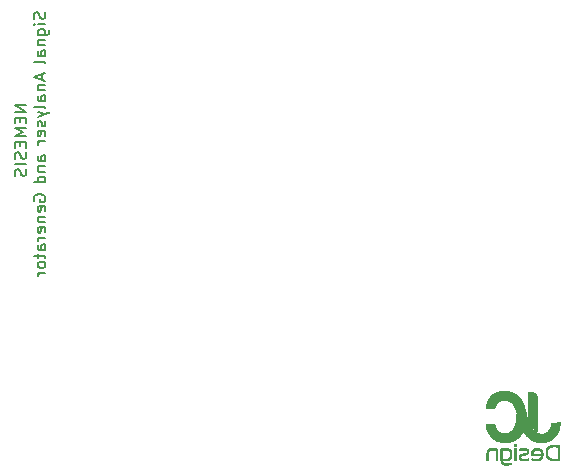
<source format=gbr>
%TF.GenerationSoftware,KiCad,Pcbnew,(7.0.0)*%
%TF.CreationDate,2023-08-19T19:02:20+01:00*%
%TF.ProjectId,Nemesis-MixSigPCB,4e656d65-7369-4732-9d4d-697853696750,rev?*%
%TF.SameCoordinates,Original*%
%TF.FileFunction,Legend,Bot*%
%TF.FilePolarity,Positive*%
%FSLAX46Y46*%
G04 Gerber Fmt 4.6, Leading zero omitted, Abs format (unit mm)*
G04 Created by KiCad (PCBNEW (7.0.0)) date 2023-08-19 19:02:20*
%MOMM*%
%LPD*%
G01*
G04 APERTURE LIST*
%ADD10C,0.010583*%
%ADD11C,0.150000*%
G04 APERTURE END LIST*
D10*
G36*
X164853569Y-117247131D02*
G01*
X164890358Y-117247499D01*
X164923556Y-117248182D01*
X164953482Y-117249237D01*
X164980456Y-117250723D01*
X165004796Y-117252696D01*
X165026821Y-117255213D01*
X165046849Y-117258333D01*
X165065201Y-117262111D01*
X165082194Y-117266606D01*
X165098147Y-117271874D01*
X165113379Y-117277974D01*
X165128210Y-117284961D01*
X165142957Y-117292895D01*
X165157940Y-117301831D01*
X165173478Y-117311828D01*
X165184856Y-117319833D01*
X165196309Y-117328800D01*
X165207778Y-117338655D01*
X165219204Y-117349322D01*
X165230528Y-117360727D01*
X165241693Y-117372796D01*
X165252640Y-117385454D01*
X165263310Y-117398626D01*
X165273645Y-117412238D01*
X165283586Y-117426216D01*
X165293074Y-117440483D01*
X165302052Y-117454967D01*
X165310461Y-117469592D01*
X165318242Y-117484284D01*
X165325337Y-117498969D01*
X165331687Y-117513570D01*
X165354741Y-117569812D01*
X165360855Y-118977396D01*
X165364657Y-119732173D01*
X165366614Y-119983747D01*
X165368864Y-120167473D01*
X165371602Y-120295375D01*
X165373213Y-120342149D01*
X165375017Y-120379474D01*
X165377040Y-120408855D01*
X165379305Y-120431793D01*
X165381835Y-120449792D01*
X165384655Y-120464354D01*
X165391523Y-120495829D01*
X165397150Y-120522853D01*
X165399316Y-120533797D01*
X165400953Y-120542549D01*
X165401990Y-120548749D01*
X165402261Y-120550780D01*
X165402354Y-120552039D01*
X165402353Y-120552039D01*
X165401908Y-120553880D01*
X165400591Y-120554972D01*
X165398442Y-120555343D01*
X165395502Y-120555020D01*
X165387401Y-120552405D01*
X165376607Y-120547347D01*
X165363434Y-120540068D01*
X165348200Y-120530791D01*
X165312811Y-120507124D01*
X165272971Y-120478118D01*
X165231210Y-120445544D01*
X165190059Y-120411176D01*
X165170503Y-120393872D01*
X165152049Y-120376784D01*
X165116262Y-120341373D01*
X165081501Y-120304076D01*
X165047715Y-120264802D01*
X165014852Y-120223460D01*
X164982861Y-120179959D01*
X164951690Y-120134209D01*
X164921288Y-120086119D01*
X164891604Y-120035597D01*
X164862585Y-119982554D01*
X164834181Y-119926899D01*
X164806340Y-119868540D01*
X164779010Y-119807387D01*
X164752141Y-119743350D01*
X164725680Y-119676337D01*
X164699577Y-119606257D01*
X164673780Y-119533021D01*
X164613907Y-119358396D01*
X164611063Y-118302708D01*
X164608218Y-117247021D01*
X164812871Y-117247021D01*
X164853569Y-117247131D01*
G37*
X164853569Y-117247131D02*
X164890358Y-117247499D01*
X164923556Y-117248182D01*
X164953482Y-117249237D01*
X164980456Y-117250723D01*
X165004796Y-117252696D01*
X165026821Y-117255213D01*
X165046849Y-117258333D01*
X165065201Y-117262111D01*
X165082194Y-117266606D01*
X165098147Y-117271874D01*
X165113379Y-117277974D01*
X165128210Y-117284961D01*
X165142957Y-117292895D01*
X165157940Y-117301831D01*
X165173478Y-117311828D01*
X165184856Y-117319833D01*
X165196309Y-117328800D01*
X165207778Y-117338655D01*
X165219204Y-117349322D01*
X165230528Y-117360727D01*
X165241693Y-117372796D01*
X165252640Y-117385454D01*
X165263310Y-117398626D01*
X165273645Y-117412238D01*
X165283586Y-117426216D01*
X165293074Y-117440483D01*
X165302052Y-117454967D01*
X165310461Y-117469592D01*
X165318242Y-117484284D01*
X165325337Y-117498969D01*
X165331687Y-117513570D01*
X165354741Y-117569812D01*
X165360855Y-118977396D01*
X165364657Y-119732173D01*
X165366614Y-119983747D01*
X165368864Y-120167473D01*
X165371602Y-120295375D01*
X165373213Y-120342149D01*
X165375017Y-120379474D01*
X165377040Y-120408855D01*
X165379305Y-120431793D01*
X165381835Y-120449792D01*
X165384655Y-120464354D01*
X165391523Y-120495829D01*
X165397150Y-120522853D01*
X165399316Y-120533797D01*
X165400953Y-120542549D01*
X165401990Y-120548749D01*
X165402261Y-120550780D01*
X165402354Y-120552039D01*
X165402353Y-120552039D01*
X165401908Y-120553880D01*
X165400591Y-120554972D01*
X165398442Y-120555343D01*
X165395502Y-120555020D01*
X165387401Y-120552405D01*
X165376607Y-120547347D01*
X165363434Y-120540068D01*
X165348200Y-120530791D01*
X165312811Y-120507124D01*
X165272971Y-120478118D01*
X165231210Y-120445544D01*
X165190059Y-120411176D01*
X165170503Y-120393872D01*
X165152049Y-120376784D01*
X165116262Y-120341373D01*
X165081501Y-120304076D01*
X165047715Y-120264802D01*
X165014852Y-120223460D01*
X164982861Y-120179959D01*
X164951690Y-120134209D01*
X164921288Y-120086119D01*
X164891604Y-120035597D01*
X164862585Y-119982554D01*
X164834181Y-119926899D01*
X164806340Y-119868540D01*
X164779010Y-119807387D01*
X164752141Y-119743350D01*
X164725680Y-119676337D01*
X164699577Y-119606257D01*
X164673780Y-119533021D01*
X164613907Y-119358396D01*
X164611063Y-118302708D01*
X164608218Y-117247021D01*
X164812871Y-117247021D01*
X164853569Y-117247131D01*
G36*
X162736512Y-117138236D02*
G01*
X162846842Y-117145402D01*
X162900554Y-117150624D01*
X162952900Y-117156937D01*
X163003578Y-117164339D01*
X163052291Y-117172828D01*
X163082940Y-117180376D01*
X163129198Y-117193802D01*
X163185129Y-117211148D01*
X163244797Y-117230456D01*
X163302266Y-117249770D01*
X163351600Y-117267133D01*
X163386861Y-117280586D01*
X163397361Y-117285235D01*
X163402116Y-117288173D01*
X163403135Y-117289074D01*
X163405069Y-117290423D01*
X163411478Y-117294357D01*
X163420940Y-117299759D01*
X163433056Y-117306411D01*
X163463638Y-117322594D01*
X163500012Y-117341169D01*
X163518614Y-117350655D01*
X163535968Y-117359774D01*
X163551695Y-117368309D01*
X163565414Y-117376039D01*
X163571401Y-117379535D01*
X163576745Y-117382747D01*
X163581397Y-117385649D01*
X163585309Y-117388213D01*
X163588435Y-117390412D01*
X163590726Y-117392219D01*
X163592136Y-117393605D01*
X163592495Y-117394133D01*
X163592616Y-117394545D01*
X163592685Y-117394937D01*
X163592889Y-117395405D01*
X163593692Y-117396560D01*
X163594996Y-117397989D01*
X163596775Y-117399674D01*
X163601649Y-117403731D01*
X163608099Y-117408575D01*
X163615907Y-117414049D01*
X163624858Y-117419997D01*
X163634735Y-117426262D01*
X163645323Y-117432688D01*
X163650693Y-117435912D01*
X163655915Y-117439117D01*
X163660960Y-117442284D01*
X163665804Y-117445393D01*
X163670417Y-117448424D01*
X163674773Y-117451358D01*
X163678846Y-117454175D01*
X163682607Y-117456855D01*
X163686030Y-117459378D01*
X163689087Y-117461726D01*
X163691752Y-117463878D01*
X163693997Y-117465815D01*
X163695796Y-117467517D01*
X163697120Y-117468964D01*
X163697597Y-117469586D01*
X163697944Y-117470138D01*
X163698160Y-117470615D01*
X163698240Y-117471017D01*
X163698525Y-117471944D01*
X163699321Y-117473259D01*
X163700601Y-117474936D01*
X163702339Y-117476952D01*
X163707084Y-117481901D01*
X163713345Y-117487910D01*
X163720914Y-117494783D01*
X163729581Y-117502327D01*
X163739136Y-117510345D01*
X163749368Y-117518642D01*
X163767419Y-117533622D01*
X163786256Y-117550378D01*
X163805741Y-117568747D01*
X163825737Y-117588566D01*
X163846106Y-117609673D01*
X163866710Y-117631905D01*
X163908076Y-117679093D01*
X163948733Y-117728830D01*
X163987581Y-117779815D01*
X164005982Y-117805370D01*
X164023518Y-117830748D01*
X164040051Y-117855788D01*
X164055443Y-117880327D01*
X164106128Y-117968121D01*
X164152305Y-118059296D01*
X164195752Y-118158927D01*
X164238248Y-118272089D01*
X164281569Y-118403855D01*
X164327495Y-118559299D01*
X164377802Y-118743497D01*
X164434269Y-118961521D01*
X164483662Y-119153926D01*
X164503456Y-119228958D01*
X164521180Y-119294211D01*
X164537734Y-119352935D01*
X164554015Y-119408381D01*
X164589355Y-119522438D01*
X164615915Y-119603120D01*
X164643392Y-119680932D01*
X164671783Y-119755867D01*
X164701086Y-119827920D01*
X164731298Y-119897087D01*
X164762415Y-119963362D01*
X164794436Y-120026740D01*
X164827356Y-120087216D01*
X164861172Y-120144785D01*
X164895883Y-120199441D01*
X164931485Y-120251180D01*
X164967976Y-120299996D01*
X165005351Y-120345884D01*
X165043609Y-120388839D01*
X165082746Y-120428855D01*
X165122760Y-120465929D01*
X165168017Y-120505665D01*
X165204436Y-120537376D01*
X165233357Y-120562153D01*
X165245425Y-120572281D01*
X165256121Y-120581085D01*
X165265613Y-120588700D01*
X165274068Y-120595263D01*
X165281653Y-120600910D01*
X165288537Y-120605777D01*
X165294887Y-120610000D01*
X165300871Y-120613716D01*
X165306655Y-120617061D01*
X165312408Y-120620172D01*
X165319434Y-120624005D01*
X165327241Y-120628523D01*
X165335569Y-120633562D01*
X165344158Y-120638953D01*
X165352746Y-120644531D01*
X165361075Y-120650130D01*
X165368882Y-120655582D01*
X165375908Y-120660723D01*
X165379527Y-120663286D01*
X165383798Y-120666030D01*
X165394082Y-120671959D01*
X165406325Y-120678312D01*
X165420093Y-120684887D01*
X165434953Y-120691486D01*
X165450471Y-120697908D01*
X165466211Y-120703955D01*
X165481741Y-120709425D01*
X165496731Y-120714545D01*
X165510924Y-120719586D01*
X165523995Y-120724418D01*
X165535617Y-120728914D01*
X165545466Y-120732943D01*
X165549624Y-120734742D01*
X165553216Y-120736376D01*
X165556202Y-120737829D01*
X165558541Y-120739084D01*
X165560193Y-120740125D01*
X165560748Y-120740561D01*
X165561116Y-120740937D01*
X165562165Y-120741690D01*
X165564185Y-120742557D01*
X165570924Y-120744596D01*
X165580910Y-120746972D01*
X165593718Y-120749601D01*
X165608922Y-120752402D01*
X165626098Y-120755292D01*
X165644822Y-120758189D01*
X165664668Y-120761011D01*
X165692246Y-120764498D01*
X165717038Y-120767001D01*
X165739896Y-120768524D01*
X165750866Y-120768918D01*
X165761672Y-120769068D01*
X165772420Y-120768974D01*
X165783216Y-120768635D01*
X165794168Y-120768053D01*
X165805381Y-120767228D01*
X165829017Y-120764849D01*
X165854976Y-120761499D01*
X165873687Y-120758734D01*
X165891567Y-120755808D01*
X165908195Y-120752811D01*
X165923150Y-120749831D01*
X165936010Y-120746957D01*
X165941522Y-120745588D01*
X165946352Y-120744278D01*
X165950448Y-120743040D01*
X165953756Y-120741883D01*
X165956224Y-120740819D01*
X165957799Y-120739860D01*
X165959187Y-120738882D01*
X165961104Y-120737763D01*
X165966389Y-120735158D01*
X165973382Y-120732147D01*
X165981810Y-120728834D01*
X165991400Y-120725323D01*
X166001879Y-120721717D01*
X166012972Y-120718118D01*
X166024408Y-120714632D01*
X166039642Y-120709516D01*
X166056189Y-120702814D01*
X166073855Y-120694659D01*
X166092445Y-120685182D01*
X166111768Y-120674513D01*
X166131628Y-120662783D01*
X166151833Y-120650125D01*
X166172189Y-120636670D01*
X166192502Y-120622547D01*
X166212580Y-120607890D01*
X166232228Y-120592828D01*
X166251253Y-120577494D01*
X166269462Y-120562018D01*
X166286660Y-120546532D01*
X166302655Y-120531166D01*
X166317254Y-120516053D01*
X166336302Y-120494775D01*
X166354935Y-120472558D01*
X166373111Y-120449475D01*
X166390789Y-120425601D01*
X166407926Y-120401011D01*
X166424481Y-120375779D01*
X166440411Y-120349979D01*
X166455675Y-120323686D01*
X166470231Y-120296975D01*
X166484038Y-120269919D01*
X166497052Y-120242593D01*
X166509233Y-120215072D01*
X166520539Y-120187429D01*
X166530927Y-120159740D01*
X166540355Y-120132079D01*
X166548783Y-120104520D01*
X166555069Y-120080129D01*
X166562629Y-120046922D01*
X166570812Y-120008246D01*
X166578966Y-119967448D01*
X166586441Y-119927876D01*
X166592586Y-119892875D01*
X166596750Y-119865793D01*
X166597886Y-119856267D01*
X166598283Y-119849976D01*
X166598376Y-119849539D01*
X166598654Y-119849090D01*
X166599741Y-119848160D01*
X166601509Y-119847193D01*
X166603920Y-119846198D01*
X166606938Y-119845181D01*
X166610526Y-119844152D01*
X166619268Y-119842084D01*
X166629851Y-119840057D01*
X166641983Y-119838132D01*
X166655370Y-119836372D01*
X166669721Y-119834838D01*
X166706644Y-119831061D01*
X166754371Y-119825792D01*
X166857575Y-119813566D01*
X166925185Y-119805759D01*
X166997772Y-119798410D01*
X167071321Y-119791812D01*
X167141812Y-119786258D01*
X167205230Y-119782041D01*
X167257557Y-119779455D01*
X167294775Y-119778792D01*
X167306463Y-119779273D01*
X167312868Y-119780345D01*
X167315980Y-119782115D01*
X167318644Y-119784991D01*
X167320856Y-119789160D01*
X167322611Y-119794809D01*
X167323904Y-119802127D01*
X167324731Y-119811300D01*
X167324968Y-119835962D01*
X167323284Y-119870295D01*
X167319643Y-119915798D01*
X167314009Y-119973971D01*
X167306344Y-120046312D01*
X167301637Y-120083860D01*
X167295566Y-120122818D01*
X167288211Y-120162924D01*
X167279655Y-120203915D01*
X167269979Y-120245528D01*
X167259265Y-120287501D01*
X167247593Y-120329572D01*
X167235046Y-120371478D01*
X167221705Y-120412957D01*
X167207651Y-120453745D01*
X167192967Y-120493581D01*
X167177732Y-120532202D01*
X167162030Y-120569346D01*
X167145941Y-120604750D01*
X167129547Y-120638151D01*
X167112930Y-120669287D01*
X167095879Y-120698786D01*
X167077390Y-120728825D01*
X167057574Y-120759268D01*
X167036546Y-120789978D01*
X167014418Y-120820819D01*
X166991304Y-120851654D01*
X166967317Y-120882347D01*
X166942571Y-120912760D01*
X166917178Y-120942759D01*
X166891252Y-120972206D01*
X166864907Y-121000964D01*
X166838255Y-121028898D01*
X166811410Y-121055870D01*
X166784486Y-121081744D01*
X166757595Y-121106384D01*
X166730850Y-121129654D01*
X166691463Y-121161400D01*
X166649417Y-121192303D01*
X166604991Y-121222244D01*
X166558461Y-121251103D01*
X166510105Y-121278762D01*
X166460199Y-121305103D01*
X166409020Y-121330006D01*
X166356845Y-121353354D01*
X166303951Y-121375027D01*
X166250615Y-121394907D01*
X166197114Y-121412875D01*
X166143725Y-121428813D01*
X166090724Y-121442601D01*
X166038390Y-121454122D01*
X165986997Y-121463256D01*
X165936825Y-121469885D01*
X165936824Y-121469885D01*
X165888525Y-121473399D01*
X165829081Y-121475094D01*
X165762460Y-121475100D01*
X165692630Y-121473547D01*
X165623559Y-121470564D01*
X165559214Y-121466280D01*
X165503563Y-121460826D01*
X165480237Y-121457700D01*
X165460574Y-121454330D01*
X165415010Y-121444454D01*
X165368111Y-121432598D01*
X165320203Y-121418908D01*
X165271611Y-121403527D01*
X165222658Y-121386601D01*
X165173671Y-121368274D01*
X165124973Y-121348689D01*
X165076890Y-121327992D01*
X165029746Y-121306328D01*
X164983866Y-121283840D01*
X164939575Y-121260673D01*
X164897198Y-121236971D01*
X164857059Y-121212880D01*
X164819483Y-121188543D01*
X164784795Y-121164106D01*
X164753320Y-121139711D01*
X164719340Y-121111364D01*
X164681967Y-121079206D01*
X164643047Y-121044916D01*
X164604426Y-121010172D01*
X164567949Y-120976652D01*
X164535463Y-120946034D01*
X164508813Y-120919995D01*
X164489846Y-120900214D01*
X164472676Y-120880182D01*
X164450412Y-120852777D01*
X164424977Y-120820517D01*
X164398295Y-120785924D01*
X164372290Y-120751515D01*
X164348886Y-120719811D01*
X164330006Y-120693330D01*
X164317574Y-120674594D01*
X164238776Y-120540327D01*
X164167126Y-120406170D01*
X164100750Y-120267464D01*
X164037776Y-120119545D01*
X163976332Y-119957753D01*
X163914545Y-119777426D01*
X163850543Y-119573902D01*
X163782451Y-119342521D01*
X163734931Y-119179178D01*
X163690095Y-119030568D01*
X163647489Y-118895812D01*
X163606660Y-118774034D01*
X163567153Y-118664358D01*
X163528513Y-118565906D01*
X163509377Y-118520615D01*
X163490287Y-118477802D01*
X163471187Y-118437357D01*
X163452020Y-118399169D01*
X163432730Y-118363131D01*
X163413259Y-118329131D01*
X163393550Y-118297061D01*
X163373547Y-118266811D01*
X163353194Y-118238271D01*
X163332433Y-118211331D01*
X163311207Y-118185883D01*
X163289460Y-118161816D01*
X163267135Y-118139021D01*
X163244175Y-118117388D01*
X163220524Y-118096808D01*
X163196124Y-118077171D01*
X163170920Y-118058367D01*
X163144853Y-118040287D01*
X163117868Y-118022822D01*
X163089907Y-118005861D01*
X163039677Y-117979501D01*
X162985139Y-117956721D01*
X162926938Y-117937518D01*
X162865722Y-117921887D01*
X162802137Y-117909826D01*
X162736829Y-117901329D01*
X162670444Y-117896393D01*
X162603629Y-117895014D01*
X162537031Y-117897189D01*
X162471295Y-117902913D01*
X162407069Y-117912183D01*
X162344998Y-117924995D01*
X162285730Y-117941344D01*
X162229909Y-117961228D01*
X162178184Y-117984642D01*
X162131200Y-118011582D01*
X162119107Y-118019692D01*
X162106686Y-118028567D01*
X162094088Y-118038061D01*
X162081468Y-118048030D01*
X162068978Y-118058328D01*
X162056771Y-118068808D01*
X162045001Y-118079326D01*
X162033820Y-118089736D01*
X162023381Y-118099892D01*
X162013838Y-118109649D01*
X162005343Y-118118861D01*
X161998049Y-118127383D01*
X161992110Y-118135069D01*
X161987678Y-118141774D01*
X161986075Y-118144712D01*
X161984907Y-118147351D01*
X161984192Y-118149672D01*
X161983949Y-118151656D01*
X161983795Y-118152648D01*
X161983343Y-118154005D01*
X161982608Y-118155703D01*
X161981605Y-118157719D01*
X161978858Y-118162606D01*
X161975223Y-118168477D01*
X161970822Y-118175142D01*
X161965777Y-118182410D01*
X161960210Y-118190093D01*
X161954243Y-118197998D01*
X161947446Y-118207365D01*
X161939502Y-118219235D01*
X161930699Y-118233125D01*
X161921326Y-118248551D01*
X161911671Y-118265029D01*
X161902023Y-118282075D01*
X161892670Y-118299206D01*
X161883900Y-118315938D01*
X161873041Y-118336940D01*
X161862793Y-118356295D01*
X161853067Y-118374126D01*
X161843775Y-118390556D01*
X161834825Y-118405708D01*
X161826131Y-118419705D01*
X161817601Y-118432671D01*
X161809147Y-118444728D01*
X161800679Y-118456000D01*
X161792108Y-118466610D01*
X161783344Y-118476681D01*
X161774299Y-118486335D01*
X161764884Y-118495697D01*
X161755007Y-118504890D01*
X161744582Y-118514035D01*
X161733517Y-118523258D01*
X161719730Y-118534137D01*
X161706322Y-118543799D01*
X161692851Y-118552316D01*
X161678873Y-118559758D01*
X161663946Y-118566197D01*
X161647627Y-118571703D01*
X161629473Y-118576348D01*
X161609042Y-118580203D01*
X161585890Y-118583338D01*
X161559575Y-118585824D01*
X161529653Y-118587733D01*
X161495683Y-118589136D01*
X161413825Y-118590707D01*
X161310457Y-118591104D01*
X161050756Y-118591104D01*
X161056536Y-118551417D01*
X161059305Y-118531414D01*
X161062571Y-118506289D01*
X161065926Y-118479254D01*
X161068961Y-118453521D01*
X161074434Y-118411702D01*
X161081403Y-118368778D01*
X161089788Y-118324979D01*
X161099513Y-118280538D01*
X161110501Y-118235686D01*
X161122675Y-118190655D01*
X161135957Y-118145676D01*
X161150270Y-118100982D01*
X161165538Y-118056805D01*
X161181683Y-118013375D01*
X161198628Y-117970925D01*
X161216296Y-117929686D01*
X161234609Y-117889890D01*
X161253492Y-117851769D01*
X161272865Y-117815555D01*
X161292653Y-117781479D01*
X161306512Y-117759558D01*
X161322058Y-117736647D01*
X161339098Y-117712960D01*
X161357439Y-117688713D01*
X161376884Y-117664120D01*
X161397242Y-117639396D01*
X161418316Y-117614756D01*
X161439914Y-117590415D01*
X161461841Y-117566587D01*
X161483903Y-117543488D01*
X161505906Y-117521331D01*
X161527656Y-117500333D01*
X161548959Y-117480708D01*
X161569620Y-117462670D01*
X161589445Y-117446435D01*
X161608241Y-117432217D01*
X161616964Y-117425830D01*
X161625525Y-117419381D01*
X161633707Y-117413045D01*
X161641292Y-117407000D01*
X161648062Y-117401421D01*
X161653800Y-117396484D01*
X161656214Y-117394312D01*
X161658288Y-117392366D01*
X161659995Y-117390669D01*
X161661308Y-117389243D01*
X161662812Y-117387769D01*
X161665081Y-117385932D01*
X161671727Y-117381273D01*
X161680877Y-117375481D01*
X161692161Y-117368770D01*
X161705211Y-117361354D01*
X161719658Y-117353448D01*
X161735133Y-117345265D01*
X161751266Y-117337020D01*
X161767289Y-117328873D01*
X161782445Y-117320971D01*
X161796388Y-117313507D01*
X161808772Y-117306678D01*
X161819250Y-117300676D01*
X161827476Y-117295698D01*
X161830635Y-117293653D01*
X161833102Y-117291937D01*
X161834832Y-117290574D01*
X161835782Y-117289588D01*
X161840763Y-117285834D01*
X161851223Y-117280562D01*
X161885951Y-117266327D01*
X161934704Y-117248613D01*
X161992218Y-117229149D01*
X162053231Y-117209665D01*
X162112478Y-117191890D01*
X162164697Y-117177554D01*
X162204625Y-117168386D01*
X162251390Y-117160397D01*
X162300382Y-117153517D01*
X162351300Y-117147746D01*
X162403845Y-117143080D01*
X162512618Y-117137063D01*
X162624305Y-117135453D01*
X162736512Y-117138236D01*
G37*
X162736512Y-117138236D02*
X162846842Y-117145402D01*
X162900554Y-117150624D01*
X162952900Y-117156937D01*
X163003578Y-117164339D01*
X163052291Y-117172828D01*
X163082940Y-117180376D01*
X163129198Y-117193802D01*
X163185129Y-117211148D01*
X163244797Y-117230456D01*
X163302266Y-117249770D01*
X163351600Y-117267133D01*
X163386861Y-117280586D01*
X163397361Y-117285235D01*
X163402116Y-117288173D01*
X163403135Y-117289074D01*
X163405069Y-117290423D01*
X163411478Y-117294357D01*
X163420940Y-117299759D01*
X163433056Y-117306411D01*
X163463638Y-117322594D01*
X163500012Y-117341169D01*
X163518614Y-117350655D01*
X163535968Y-117359774D01*
X163551695Y-117368309D01*
X163565414Y-117376039D01*
X163571401Y-117379535D01*
X163576745Y-117382747D01*
X163581397Y-117385649D01*
X163585309Y-117388213D01*
X163588435Y-117390412D01*
X163590726Y-117392219D01*
X163592136Y-117393605D01*
X163592495Y-117394133D01*
X163592616Y-117394545D01*
X163592685Y-117394937D01*
X163592889Y-117395405D01*
X163593692Y-117396560D01*
X163594996Y-117397989D01*
X163596775Y-117399674D01*
X163601649Y-117403731D01*
X163608099Y-117408575D01*
X163615907Y-117414049D01*
X163624858Y-117419997D01*
X163634735Y-117426262D01*
X163645323Y-117432688D01*
X163650693Y-117435912D01*
X163655915Y-117439117D01*
X163660960Y-117442284D01*
X163665804Y-117445393D01*
X163670417Y-117448424D01*
X163674773Y-117451358D01*
X163678846Y-117454175D01*
X163682607Y-117456855D01*
X163686030Y-117459378D01*
X163689087Y-117461726D01*
X163691752Y-117463878D01*
X163693997Y-117465815D01*
X163695796Y-117467517D01*
X163697120Y-117468964D01*
X163697597Y-117469586D01*
X163697944Y-117470138D01*
X163698160Y-117470615D01*
X163698240Y-117471017D01*
X163698525Y-117471944D01*
X163699321Y-117473259D01*
X163700601Y-117474936D01*
X163702339Y-117476952D01*
X163707084Y-117481901D01*
X163713345Y-117487910D01*
X163720914Y-117494783D01*
X163729581Y-117502327D01*
X163739136Y-117510345D01*
X163749368Y-117518642D01*
X163767419Y-117533622D01*
X163786256Y-117550378D01*
X163805741Y-117568747D01*
X163825737Y-117588566D01*
X163846106Y-117609673D01*
X163866710Y-117631905D01*
X163908076Y-117679093D01*
X163948733Y-117728830D01*
X163987581Y-117779815D01*
X164005982Y-117805370D01*
X164023518Y-117830748D01*
X164040051Y-117855788D01*
X164055443Y-117880327D01*
X164106128Y-117968121D01*
X164152305Y-118059296D01*
X164195752Y-118158927D01*
X164238248Y-118272089D01*
X164281569Y-118403855D01*
X164327495Y-118559299D01*
X164377802Y-118743497D01*
X164434269Y-118961521D01*
X164483662Y-119153926D01*
X164503456Y-119228958D01*
X164521180Y-119294211D01*
X164537734Y-119352935D01*
X164554015Y-119408381D01*
X164589355Y-119522438D01*
X164615915Y-119603120D01*
X164643392Y-119680932D01*
X164671783Y-119755867D01*
X164701086Y-119827920D01*
X164731298Y-119897087D01*
X164762415Y-119963362D01*
X164794436Y-120026740D01*
X164827356Y-120087216D01*
X164861172Y-120144785D01*
X164895883Y-120199441D01*
X164931485Y-120251180D01*
X164967976Y-120299996D01*
X165005351Y-120345884D01*
X165043609Y-120388839D01*
X165082746Y-120428855D01*
X165122760Y-120465929D01*
X165168017Y-120505665D01*
X165204436Y-120537376D01*
X165233357Y-120562153D01*
X165245425Y-120572281D01*
X165256121Y-120581085D01*
X165265613Y-120588700D01*
X165274068Y-120595263D01*
X165281653Y-120600910D01*
X165288537Y-120605777D01*
X165294887Y-120610000D01*
X165300871Y-120613716D01*
X165306655Y-120617061D01*
X165312408Y-120620172D01*
X165319434Y-120624005D01*
X165327241Y-120628523D01*
X165335569Y-120633562D01*
X165344158Y-120638953D01*
X165352746Y-120644531D01*
X165361075Y-120650130D01*
X165368882Y-120655582D01*
X165375908Y-120660723D01*
X165379527Y-120663286D01*
X165383798Y-120666030D01*
X165394082Y-120671959D01*
X165406325Y-120678312D01*
X165420093Y-120684887D01*
X165434953Y-120691486D01*
X165450471Y-120697908D01*
X165466211Y-120703955D01*
X165481741Y-120709425D01*
X165496731Y-120714545D01*
X165510924Y-120719586D01*
X165523995Y-120724418D01*
X165535617Y-120728914D01*
X165545466Y-120732943D01*
X165549624Y-120734742D01*
X165553216Y-120736376D01*
X165556202Y-120737829D01*
X165558541Y-120739084D01*
X165560193Y-120740125D01*
X165560748Y-120740561D01*
X165561116Y-120740937D01*
X165562165Y-120741690D01*
X165564185Y-120742557D01*
X165570924Y-120744596D01*
X165580910Y-120746972D01*
X165593718Y-120749601D01*
X165608922Y-120752402D01*
X165626098Y-120755292D01*
X165644822Y-120758189D01*
X165664668Y-120761011D01*
X165692246Y-120764498D01*
X165717038Y-120767001D01*
X165739896Y-120768524D01*
X165750866Y-120768918D01*
X165761672Y-120769068D01*
X165772420Y-120768974D01*
X165783216Y-120768635D01*
X165794168Y-120768053D01*
X165805381Y-120767228D01*
X165829017Y-120764849D01*
X165854976Y-120761499D01*
X165873687Y-120758734D01*
X165891567Y-120755808D01*
X165908195Y-120752811D01*
X165923150Y-120749831D01*
X165936010Y-120746957D01*
X165941522Y-120745588D01*
X165946352Y-120744278D01*
X165950448Y-120743040D01*
X165953756Y-120741883D01*
X165956224Y-120740819D01*
X165957799Y-120739860D01*
X165959187Y-120738882D01*
X165961104Y-120737763D01*
X165966389Y-120735158D01*
X165973382Y-120732147D01*
X165981810Y-120728834D01*
X165991400Y-120725323D01*
X166001879Y-120721717D01*
X166012972Y-120718118D01*
X166024408Y-120714632D01*
X166039642Y-120709516D01*
X166056189Y-120702814D01*
X166073855Y-120694659D01*
X166092445Y-120685182D01*
X166111768Y-120674513D01*
X166131628Y-120662783D01*
X166151833Y-120650125D01*
X166172189Y-120636670D01*
X166192502Y-120622547D01*
X166212580Y-120607890D01*
X166232228Y-120592828D01*
X166251253Y-120577494D01*
X166269462Y-120562018D01*
X166286660Y-120546532D01*
X166302655Y-120531166D01*
X166317254Y-120516053D01*
X166336302Y-120494775D01*
X166354935Y-120472558D01*
X166373111Y-120449475D01*
X166390789Y-120425601D01*
X166407926Y-120401011D01*
X166424481Y-120375779D01*
X166440411Y-120349979D01*
X166455675Y-120323686D01*
X166470231Y-120296975D01*
X166484038Y-120269919D01*
X166497052Y-120242593D01*
X166509233Y-120215072D01*
X166520539Y-120187429D01*
X166530927Y-120159740D01*
X166540355Y-120132079D01*
X166548783Y-120104520D01*
X166555069Y-120080129D01*
X166562629Y-120046922D01*
X166570812Y-120008246D01*
X166578966Y-119967448D01*
X166586441Y-119927876D01*
X166592586Y-119892875D01*
X166596750Y-119865793D01*
X166597886Y-119856267D01*
X166598283Y-119849976D01*
X166598376Y-119849539D01*
X166598654Y-119849090D01*
X166599741Y-119848160D01*
X166601509Y-119847193D01*
X166603920Y-119846198D01*
X166606938Y-119845181D01*
X166610526Y-119844152D01*
X166619268Y-119842084D01*
X166629851Y-119840057D01*
X166641983Y-119838132D01*
X166655370Y-119836372D01*
X166669721Y-119834838D01*
X166706644Y-119831061D01*
X166754371Y-119825792D01*
X166857575Y-119813566D01*
X166925185Y-119805759D01*
X166997772Y-119798410D01*
X167071321Y-119791812D01*
X167141812Y-119786258D01*
X167205230Y-119782041D01*
X167257557Y-119779455D01*
X167294775Y-119778792D01*
X167306463Y-119779273D01*
X167312868Y-119780345D01*
X167315980Y-119782115D01*
X167318644Y-119784991D01*
X167320856Y-119789160D01*
X167322611Y-119794809D01*
X167323904Y-119802127D01*
X167324731Y-119811300D01*
X167324968Y-119835962D01*
X167323284Y-119870295D01*
X167319643Y-119915798D01*
X167314009Y-119973971D01*
X167306344Y-120046312D01*
X167301637Y-120083860D01*
X167295566Y-120122818D01*
X167288211Y-120162924D01*
X167279655Y-120203915D01*
X167269979Y-120245528D01*
X167259265Y-120287501D01*
X167247593Y-120329572D01*
X167235046Y-120371478D01*
X167221705Y-120412957D01*
X167207651Y-120453745D01*
X167192967Y-120493581D01*
X167177732Y-120532202D01*
X167162030Y-120569346D01*
X167145941Y-120604750D01*
X167129547Y-120638151D01*
X167112930Y-120669287D01*
X167095879Y-120698786D01*
X167077390Y-120728825D01*
X167057574Y-120759268D01*
X167036546Y-120789978D01*
X167014418Y-120820819D01*
X166991304Y-120851654D01*
X166967317Y-120882347D01*
X166942571Y-120912760D01*
X166917178Y-120942759D01*
X166891252Y-120972206D01*
X166864907Y-121000964D01*
X166838255Y-121028898D01*
X166811410Y-121055870D01*
X166784486Y-121081744D01*
X166757595Y-121106384D01*
X166730850Y-121129654D01*
X166691463Y-121161400D01*
X166649417Y-121192303D01*
X166604991Y-121222244D01*
X166558461Y-121251103D01*
X166510105Y-121278762D01*
X166460199Y-121305103D01*
X166409020Y-121330006D01*
X166356845Y-121353354D01*
X166303951Y-121375027D01*
X166250615Y-121394907D01*
X166197114Y-121412875D01*
X166143725Y-121428813D01*
X166090724Y-121442601D01*
X166038390Y-121454122D01*
X165986997Y-121463256D01*
X165936825Y-121469885D01*
X165936824Y-121469885D01*
X165888525Y-121473399D01*
X165829081Y-121475094D01*
X165762460Y-121475100D01*
X165692630Y-121473547D01*
X165623559Y-121470564D01*
X165559214Y-121466280D01*
X165503563Y-121460826D01*
X165480237Y-121457700D01*
X165460574Y-121454330D01*
X165415010Y-121444454D01*
X165368111Y-121432598D01*
X165320203Y-121418908D01*
X165271611Y-121403527D01*
X165222658Y-121386601D01*
X165173671Y-121368274D01*
X165124973Y-121348689D01*
X165076890Y-121327992D01*
X165029746Y-121306328D01*
X164983866Y-121283840D01*
X164939575Y-121260673D01*
X164897198Y-121236971D01*
X164857059Y-121212880D01*
X164819483Y-121188543D01*
X164784795Y-121164106D01*
X164753320Y-121139711D01*
X164719340Y-121111364D01*
X164681967Y-121079206D01*
X164643047Y-121044916D01*
X164604426Y-121010172D01*
X164567949Y-120976652D01*
X164535463Y-120946034D01*
X164508813Y-120919995D01*
X164489846Y-120900214D01*
X164472676Y-120880182D01*
X164450412Y-120852777D01*
X164424977Y-120820517D01*
X164398295Y-120785924D01*
X164372290Y-120751515D01*
X164348886Y-120719811D01*
X164330006Y-120693330D01*
X164317574Y-120674594D01*
X164238776Y-120540327D01*
X164167126Y-120406170D01*
X164100750Y-120267464D01*
X164037776Y-120119545D01*
X163976332Y-119957753D01*
X163914545Y-119777426D01*
X163850543Y-119573902D01*
X163782451Y-119342521D01*
X163734931Y-119179178D01*
X163690095Y-119030568D01*
X163647489Y-118895812D01*
X163606660Y-118774034D01*
X163567153Y-118664358D01*
X163528513Y-118565906D01*
X163509377Y-118520615D01*
X163490287Y-118477802D01*
X163471187Y-118437357D01*
X163452020Y-118399169D01*
X163432730Y-118363131D01*
X163413259Y-118329131D01*
X163393550Y-118297061D01*
X163373547Y-118266811D01*
X163353194Y-118238271D01*
X163332433Y-118211331D01*
X163311207Y-118185883D01*
X163289460Y-118161816D01*
X163267135Y-118139021D01*
X163244175Y-118117388D01*
X163220524Y-118096808D01*
X163196124Y-118077171D01*
X163170920Y-118058367D01*
X163144853Y-118040287D01*
X163117868Y-118022822D01*
X163089907Y-118005861D01*
X163039677Y-117979501D01*
X162985139Y-117956721D01*
X162926938Y-117937518D01*
X162865722Y-117921887D01*
X162802137Y-117909826D01*
X162736829Y-117901329D01*
X162670444Y-117896393D01*
X162603629Y-117895014D01*
X162537031Y-117897189D01*
X162471295Y-117902913D01*
X162407069Y-117912183D01*
X162344998Y-117924995D01*
X162285730Y-117941344D01*
X162229909Y-117961228D01*
X162178184Y-117984642D01*
X162131200Y-118011582D01*
X162119107Y-118019692D01*
X162106686Y-118028567D01*
X162094088Y-118038061D01*
X162081468Y-118048030D01*
X162068978Y-118058328D01*
X162056771Y-118068808D01*
X162045001Y-118079326D01*
X162033820Y-118089736D01*
X162023381Y-118099892D01*
X162013838Y-118109649D01*
X162005343Y-118118861D01*
X161998049Y-118127383D01*
X161992110Y-118135069D01*
X161987678Y-118141774D01*
X161986075Y-118144712D01*
X161984907Y-118147351D01*
X161984192Y-118149672D01*
X161983949Y-118151656D01*
X161983795Y-118152648D01*
X161983343Y-118154005D01*
X161982608Y-118155703D01*
X161981605Y-118157719D01*
X161978858Y-118162606D01*
X161975223Y-118168477D01*
X161970822Y-118175142D01*
X161965777Y-118182410D01*
X161960210Y-118190093D01*
X161954243Y-118197998D01*
X161947446Y-118207365D01*
X161939502Y-118219235D01*
X161930699Y-118233125D01*
X161921326Y-118248551D01*
X161911671Y-118265029D01*
X161902023Y-118282075D01*
X161892670Y-118299206D01*
X161883900Y-118315938D01*
X161873041Y-118336940D01*
X161862793Y-118356295D01*
X161853067Y-118374126D01*
X161843775Y-118390556D01*
X161834825Y-118405708D01*
X161826131Y-118419705D01*
X161817601Y-118432671D01*
X161809147Y-118444728D01*
X161800679Y-118456000D01*
X161792108Y-118466610D01*
X161783344Y-118476681D01*
X161774299Y-118486335D01*
X161764884Y-118495697D01*
X161755007Y-118504890D01*
X161744582Y-118514035D01*
X161733517Y-118523258D01*
X161719730Y-118534137D01*
X161706322Y-118543799D01*
X161692851Y-118552316D01*
X161678873Y-118559758D01*
X161663946Y-118566197D01*
X161647627Y-118571703D01*
X161629473Y-118576348D01*
X161609042Y-118580203D01*
X161585890Y-118583338D01*
X161559575Y-118585824D01*
X161529653Y-118587733D01*
X161495683Y-118589136D01*
X161413825Y-118590707D01*
X161310457Y-118591104D01*
X161050756Y-118591104D01*
X161056536Y-118551417D01*
X161059305Y-118531414D01*
X161062571Y-118506289D01*
X161065926Y-118479254D01*
X161068961Y-118453521D01*
X161074434Y-118411702D01*
X161081403Y-118368778D01*
X161089788Y-118324979D01*
X161099513Y-118280538D01*
X161110501Y-118235686D01*
X161122675Y-118190655D01*
X161135957Y-118145676D01*
X161150270Y-118100982D01*
X161165538Y-118056805D01*
X161181683Y-118013375D01*
X161198628Y-117970925D01*
X161216296Y-117929686D01*
X161234609Y-117889890D01*
X161253492Y-117851769D01*
X161272865Y-117815555D01*
X161292653Y-117781479D01*
X161306512Y-117759558D01*
X161322058Y-117736647D01*
X161339098Y-117712960D01*
X161357439Y-117688713D01*
X161376884Y-117664120D01*
X161397242Y-117639396D01*
X161418316Y-117614756D01*
X161439914Y-117590415D01*
X161461841Y-117566587D01*
X161483903Y-117543488D01*
X161505906Y-117521331D01*
X161527656Y-117500333D01*
X161548959Y-117480708D01*
X161569620Y-117462670D01*
X161589445Y-117446435D01*
X161608241Y-117432217D01*
X161616964Y-117425830D01*
X161625525Y-117419381D01*
X161633707Y-117413045D01*
X161641292Y-117407000D01*
X161648062Y-117401421D01*
X161653800Y-117396484D01*
X161656214Y-117394312D01*
X161658288Y-117392366D01*
X161659995Y-117390669D01*
X161661308Y-117389243D01*
X161662812Y-117387769D01*
X161665081Y-117385932D01*
X161671727Y-117381273D01*
X161680877Y-117375481D01*
X161692161Y-117368770D01*
X161705211Y-117361354D01*
X161719658Y-117353448D01*
X161735133Y-117345265D01*
X161751266Y-117337020D01*
X161767289Y-117328873D01*
X161782445Y-117320971D01*
X161796388Y-117313507D01*
X161808772Y-117306678D01*
X161819250Y-117300676D01*
X161827476Y-117295698D01*
X161830635Y-117293653D01*
X161833102Y-117291937D01*
X161834832Y-117290574D01*
X161835782Y-117289588D01*
X161840763Y-117285834D01*
X161851223Y-117280562D01*
X161885951Y-117266327D01*
X161934704Y-117248613D01*
X161992218Y-117229149D01*
X162053231Y-117209665D01*
X162112478Y-117191890D01*
X162164697Y-117177554D01*
X162204625Y-117168386D01*
X162251390Y-117160397D01*
X162300382Y-117153517D01*
X162351300Y-117147746D01*
X162403845Y-117143080D01*
X162512618Y-117137063D01*
X162624305Y-117135453D01*
X162736512Y-117138236D01*
G36*
X163526471Y-121621727D02*
G01*
X163534821Y-121623047D01*
X163543342Y-121624282D01*
X163551795Y-121625405D01*
X163559940Y-121626389D01*
X163567540Y-121627208D01*
X163574356Y-121627835D01*
X163580148Y-121628242D01*
X163584679Y-121628404D01*
X163587538Y-121628565D01*
X163590093Y-121629060D01*
X163592361Y-121629965D01*
X163594359Y-121631353D01*
X163596102Y-121633302D01*
X163597608Y-121635885D01*
X163598892Y-121639179D01*
X163599971Y-121643258D01*
X163600862Y-121648198D01*
X163601581Y-121654073D01*
X163602144Y-121660959D01*
X163602568Y-121668932D01*
X163603064Y-121688436D01*
X163603200Y-121713187D01*
X163603200Y-121797854D01*
X163486783Y-121797854D01*
X163486783Y-121615167D01*
X163526471Y-121621727D01*
G37*
X163526471Y-121621727D02*
X163534821Y-121623047D01*
X163543342Y-121624282D01*
X163551795Y-121625405D01*
X163559940Y-121626389D01*
X163567540Y-121627208D01*
X163574356Y-121627835D01*
X163580148Y-121628242D01*
X163584679Y-121628404D01*
X163587538Y-121628565D01*
X163590093Y-121629060D01*
X163592361Y-121629965D01*
X163594359Y-121631353D01*
X163596102Y-121633302D01*
X163597608Y-121635885D01*
X163598892Y-121639179D01*
X163599971Y-121643258D01*
X163600862Y-121648198D01*
X163601581Y-121654073D01*
X163602144Y-121660959D01*
X163602568Y-121668932D01*
X163603064Y-121688436D01*
X163603200Y-121713187D01*
X163603200Y-121797854D01*
X163486783Y-121797854D01*
X163486783Y-121615167D01*
X163526471Y-121621727D01*
G36*
X163615156Y-119060246D02*
G01*
X163625431Y-119091366D01*
X163648481Y-119166932D01*
X163719243Y-119406021D01*
X163776104Y-119598249D01*
X163827482Y-119766623D01*
X163874500Y-119914388D01*
X163918284Y-120044793D01*
X163959959Y-120161083D01*
X164000650Y-120266507D01*
X164041480Y-120364309D01*
X164083575Y-120457739D01*
X164093377Y-120478999D01*
X164102520Y-120499348D01*
X164110806Y-120518302D01*
X164118034Y-120535381D01*
X164124004Y-120550102D01*
X164128517Y-120561983D01*
X164130164Y-120566708D01*
X164131371Y-120570542D01*
X164132113Y-120573424D01*
X164132367Y-120575296D01*
X164130960Y-120580959D01*
X164126924Y-120590481D01*
X164112062Y-120619306D01*
X164089975Y-120658171D01*
X164062862Y-120703478D01*
X164032918Y-120751630D01*
X164002340Y-120799028D01*
X163973325Y-120842075D01*
X163948070Y-120877172D01*
X163924779Y-120906848D01*
X163899806Y-120936592D01*
X163873305Y-120966274D01*
X163845432Y-120995764D01*
X163816341Y-121024930D01*
X163786188Y-121053644D01*
X163755128Y-121081775D01*
X163723315Y-121109192D01*
X163690905Y-121135765D01*
X163658052Y-121161364D01*
X163624912Y-121185858D01*
X163591639Y-121209118D01*
X163558389Y-121231012D01*
X163525317Y-121251411D01*
X163492577Y-121270184D01*
X163460325Y-121287202D01*
X163426919Y-121303301D01*
X163391938Y-121318762D01*
X163355492Y-121333554D01*
X163317692Y-121347653D01*
X163278649Y-121361028D01*
X163238474Y-121373653D01*
X163197278Y-121385500D01*
X163155172Y-121396541D01*
X163112267Y-121406748D01*
X163068673Y-121416095D01*
X163024502Y-121424552D01*
X162979864Y-121432093D01*
X162934871Y-121438689D01*
X162889633Y-121444313D01*
X162844261Y-121448937D01*
X162798867Y-121452533D01*
X162798867Y-121452534D01*
X162760607Y-121454020D01*
X162711606Y-121454261D01*
X162655241Y-121453385D01*
X162594891Y-121451519D01*
X162533934Y-121448792D01*
X162475747Y-121445330D01*
X162423709Y-121441263D01*
X162381196Y-121436718D01*
X162325583Y-121428078D01*
X162264815Y-121416093D01*
X162200967Y-121401336D01*
X162136113Y-121384379D01*
X162072327Y-121365797D01*
X162011683Y-121346161D01*
X161956254Y-121326046D01*
X161931144Y-121315987D01*
X161908115Y-121306023D01*
X161818057Y-121261666D01*
X161732777Y-121212134D01*
X161652305Y-121157473D01*
X161576671Y-121097730D01*
X161505907Y-121032951D01*
X161440041Y-120963184D01*
X161379106Y-120888473D01*
X161323130Y-120808867D01*
X161272144Y-120724410D01*
X161226179Y-120635151D01*
X161185265Y-120541135D01*
X161149432Y-120442409D01*
X161118710Y-120339019D01*
X161093131Y-120231012D01*
X161072723Y-120118435D01*
X161057518Y-120001333D01*
X161050538Y-119935188D01*
X161782051Y-119935188D01*
X161793618Y-119980167D01*
X161806763Y-120028580D01*
X161820850Y-120075276D01*
X161835873Y-120120241D01*
X161851823Y-120163459D01*
X161868692Y-120204916D01*
X161886471Y-120244599D01*
X161905153Y-120282491D01*
X161924728Y-120318579D01*
X161945189Y-120352849D01*
X161966528Y-120385285D01*
X161988736Y-120415874D01*
X162011805Y-120444601D01*
X162035726Y-120471451D01*
X162060492Y-120496410D01*
X162086095Y-120519464D01*
X162112526Y-120540597D01*
X162140036Y-120560520D01*
X162153453Y-120569626D01*
X162166790Y-120578231D01*
X162180154Y-120586388D01*
X162193652Y-120594150D01*
X162207392Y-120601571D01*
X162221482Y-120608702D01*
X162236030Y-120615596D01*
X162251144Y-120622307D01*
X162266930Y-120628887D01*
X162283498Y-120635388D01*
X162319407Y-120648368D01*
X162359734Y-120661668D01*
X162390125Y-120671057D01*
X162416430Y-120678280D01*
X162428837Y-120681166D01*
X162441167Y-120683616D01*
X162453735Y-120685666D01*
X162466857Y-120687350D01*
X162480846Y-120688703D01*
X162496019Y-120689762D01*
X162531172Y-120691136D01*
X162574837Y-120691753D01*
X162629534Y-120691896D01*
X162666701Y-120691658D01*
X162701465Y-120690909D01*
X162734063Y-120689600D01*
X162764732Y-120687680D01*
X162793708Y-120685099D01*
X162821228Y-120681807D01*
X162847529Y-120677754D01*
X162872847Y-120672888D01*
X162897419Y-120667161D01*
X162921483Y-120660521D01*
X162945273Y-120652919D01*
X162969029Y-120644303D01*
X162992985Y-120634625D01*
X163017379Y-120623834D01*
X163042447Y-120611878D01*
X163068427Y-120598709D01*
X163102565Y-120579459D01*
X163136344Y-120557472D01*
X163169647Y-120532894D01*
X163202357Y-120505875D01*
X163234356Y-120476563D01*
X163265527Y-120445106D01*
X163295754Y-120411653D01*
X163324918Y-120376352D01*
X163352902Y-120339351D01*
X163379590Y-120300800D01*
X163404863Y-120260845D01*
X163428605Y-120219636D01*
X163450698Y-120177322D01*
X163471025Y-120134049D01*
X163489469Y-120089967D01*
X163505912Y-120045225D01*
X163532936Y-119961525D01*
X163555081Y-119881541D01*
X163564449Y-119842049D01*
X163572749Y-119802414D01*
X163580029Y-119762278D01*
X163586342Y-119721284D01*
X163591736Y-119679074D01*
X163596262Y-119635291D01*
X163602913Y-119541575D01*
X163606697Y-119437278D01*
X163608016Y-119319538D01*
X163608248Y-119265214D01*
X163608727Y-119215024D01*
X163609424Y-119170031D01*
X163610310Y-119131298D01*
X163611356Y-119099890D01*
X163612531Y-119076870D01*
X163613159Y-119068837D01*
X163613808Y-119063301D01*
X163614475Y-119060393D01*
X163614814Y-119059966D01*
X163615156Y-119060246D01*
G37*
X163615156Y-119060246D02*
X163625431Y-119091366D01*
X163648481Y-119166932D01*
X163719243Y-119406021D01*
X163776104Y-119598249D01*
X163827482Y-119766623D01*
X163874500Y-119914388D01*
X163918284Y-120044793D01*
X163959959Y-120161083D01*
X164000650Y-120266507D01*
X164041480Y-120364309D01*
X164083575Y-120457739D01*
X164093377Y-120478999D01*
X164102520Y-120499348D01*
X164110806Y-120518302D01*
X164118034Y-120535381D01*
X164124004Y-120550102D01*
X164128517Y-120561983D01*
X164130164Y-120566708D01*
X164131371Y-120570542D01*
X164132113Y-120573424D01*
X164132367Y-120575296D01*
X164130960Y-120580959D01*
X164126924Y-120590481D01*
X164112062Y-120619306D01*
X164089975Y-120658171D01*
X164062862Y-120703478D01*
X164032918Y-120751630D01*
X164002340Y-120799028D01*
X163973325Y-120842075D01*
X163948070Y-120877172D01*
X163924779Y-120906848D01*
X163899806Y-120936592D01*
X163873305Y-120966274D01*
X163845432Y-120995764D01*
X163816341Y-121024930D01*
X163786188Y-121053644D01*
X163755128Y-121081775D01*
X163723315Y-121109192D01*
X163690905Y-121135765D01*
X163658052Y-121161364D01*
X163624912Y-121185858D01*
X163591639Y-121209118D01*
X163558389Y-121231012D01*
X163525317Y-121251411D01*
X163492577Y-121270184D01*
X163460325Y-121287202D01*
X163426919Y-121303301D01*
X163391938Y-121318762D01*
X163355492Y-121333554D01*
X163317692Y-121347653D01*
X163278649Y-121361028D01*
X163238474Y-121373653D01*
X163197278Y-121385500D01*
X163155172Y-121396541D01*
X163112267Y-121406748D01*
X163068673Y-121416095D01*
X163024502Y-121424552D01*
X162979864Y-121432093D01*
X162934871Y-121438689D01*
X162889633Y-121444313D01*
X162844261Y-121448937D01*
X162798867Y-121452533D01*
X162798867Y-121452534D01*
X162760607Y-121454020D01*
X162711606Y-121454261D01*
X162655241Y-121453385D01*
X162594891Y-121451519D01*
X162533934Y-121448792D01*
X162475747Y-121445330D01*
X162423709Y-121441263D01*
X162381196Y-121436718D01*
X162325583Y-121428078D01*
X162264815Y-121416093D01*
X162200967Y-121401336D01*
X162136113Y-121384379D01*
X162072327Y-121365797D01*
X162011683Y-121346161D01*
X161956254Y-121326046D01*
X161931144Y-121315987D01*
X161908115Y-121306023D01*
X161818057Y-121261666D01*
X161732777Y-121212134D01*
X161652305Y-121157473D01*
X161576671Y-121097730D01*
X161505907Y-121032951D01*
X161440041Y-120963184D01*
X161379106Y-120888473D01*
X161323130Y-120808867D01*
X161272144Y-120724410D01*
X161226179Y-120635151D01*
X161185265Y-120541135D01*
X161149432Y-120442409D01*
X161118710Y-120339019D01*
X161093131Y-120231012D01*
X161072723Y-120118435D01*
X161057518Y-120001333D01*
X161050538Y-119935188D01*
X161782051Y-119935188D01*
X161793618Y-119980167D01*
X161806763Y-120028580D01*
X161820850Y-120075276D01*
X161835873Y-120120241D01*
X161851823Y-120163459D01*
X161868692Y-120204916D01*
X161886471Y-120244599D01*
X161905153Y-120282491D01*
X161924728Y-120318579D01*
X161945189Y-120352849D01*
X161966528Y-120385285D01*
X161988736Y-120415874D01*
X162011805Y-120444601D01*
X162035726Y-120471451D01*
X162060492Y-120496410D01*
X162086095Y-120519464D01*
X162112526Y-120540597D01*
X162140036Y-120560520D01*
X162153453Y-120569626D01*
X162166790Y-120578231D01*
X162180154Y-120586388D01*
X162193652Y-120594150D01*
X162207392Y-120601571D01*
X162221482Y-120608702D01*
X162236030Y-120615596D01*
X162251144Y-120622307D01*
X162266930Y-120628887D01*
X162283498Y-120635388D01*
X162319407Y-120648368D01*
X162359734Y-120661668D01*
X162390125Y-120671057D01*
X162416430Y-120678280D01*
X162428837Y-120681166D01*
X162441167Y-120683616D01*
X162453735Y-120685666D01*
X162466857Y-120687350D01*
X162480846Y-120688703D01*
X162496019Y-120689762D01*
X162531172Y-120691136D01*
X162574837Y-120691753D01*
X162629534Y-120691896D01*
X162666701Y-120691658D01*
X162701465Y-120690909D01*
X162734063Y-120689600D01*
X162764732Y-120687680D01*
X162793708Y-120685099D01*
X162821228Y-120681807D01*
X162847529Y-120677754D01*
X162872847Y-120672888D01*
X162897419Y-120667161D01*
X162921483Y-120660521D01*
X162945273Y-120652919D01*
X162969029Y-120644303D01*
X162992985Y-120634625D01*
X163017379Y-120623834D01*
X163042447Y-120611878D01*
X163068427Y-120598709D01*
X163102565Y-120579459D01*
X163136344Y-120557472D01*
X163169647Y-120532894D01*
X163202357Y-120505875D01*
X163234356Y-120476563D01*
X163265527Y-120445106D01*
X163295754Y-120411653D01*
X163324918Y-120376352D01*
X163352902Y-120339351D01*
X163379590Y-120300800D01*
X163404863Y-120260845D01*
X163428605Y-120219636D01*
X163450698Y-120177322D01*
X163471025Y-120134049D01*
X163489469Y-120089967D01*
X163505912Y-120045225D01*
X163532936Y-119961525D01*
X163555081Y-119881541D01*
X163564449Y-119842049D01*
X163572749Y-119802414D01*
X163580029Y-119762278D01*
X163586342Y-119721284D01*
X163591736Y-119679074D01*
X163596262Y-119635291D01*
X163602913Y-119541575D01*
X163606697Y-119437278D01*
X163608016Y-119319538D01*
X163608248Y-119265214D01*
X163608727Y-119215024D01*
X163609424Y-119170031D01*
X163610310Y-119131298D01*
X163611356Y-119099890D01*
X163612531Y-119076870D01*
X163613159Y-119068837D01*
X163613808Y-119063301D01*
X163614475Y-119060393D01*
X163614814Y-119059966D01*
X163615156Y-119060246D01*
G36*
X161655294Y-121972973D02*
G01*
X161698950Y-121973850D01*
X161743211Y-121975217D01*
X161786786Y-121977013D01*
X161828382Y-121979178D01*
X161866708Y-121981652D01*
X161900474Y-121984374D01*
X161928387Y-121987286D01*
X162047450Y-122001763D01*
X162047450Y-122487183D01*
X162047451Y-122972603D01*
X161931033Y-122972603D01*
X161931033Y-122106068D01*
X161880762Y-122097702D01*
X161866668Y-122096016D01*
X161845794Y-122094435D01*
X161787744Y-122091728D01*
X161714688Y-122089861D01*
X161634700Y-122089116D01*
X161573070Y-122089154D01*
X161547505Y-122089305D01*
X161525042Y-122089583D01*
X161505382Y-122090020D01*
X161488226Y-122090644D01*
X161473277Y-122091487D01*
X161460235Y-122092577D01*
X161448803Y-122093945D01*
X161443597Y-122094742D01*
X161438681Y-122095620D01*
X161434019Y-122096583D01*
X161429572Y-122097633D01*
X161425304Y-122098776D01*
X161421176Y-122100014D01*
X161413196Y-122102793D01*
X161405332Y-122105999D01*
X161397287Y-122109663D01*
X161388762Y-122113815D01*
X161376951Y-122120003D01*
X161365667Y-122126575D01*
X161354890Y-122133552D01*
X161344604Y-122140955D01*
X161334790Y-122148804D01*
X161325429Y-122157121D01*
X161316504Y-122165926D01*
X161307997Y-122175241D01*
X161299889Y-122185085D01*
X161292163Y-122195481D01*
X161284800Y-122206448D01*
X161277782Y-122218008D01*
X161271092Y-122230181D01*
X161264711Y-122242989D01*
X161258620Y-122256452D01*
X161252803Y-122270590D01*
X161245157Y-122291344D01*
X161239238Y-122312287D01*
X161234764Y-122337180D01*
X161231453Y-122369780D01*
X161229026Y-122413849D01*
X161227199Y-122473145D01*
X161224225Y-122652458D01*
X161219882Y-122972604D01*
X161105533Y-122972604D01*
X161105613Y-122715958D01*
X161105909Y-122641215D01*
X161106806Y-122573236D01*
X161108395Y-122511577D01*
X161110763Y-122455794D01*
X161114000Y-122405440D01*
X161118196Y-122360071D01*
X161123439Y-122319242D01*
X161126481Y-122300392D01*
X161129819Y-122282509D01*
X161133463Y-122265539D01*
X161137424Y-122249426D01*
X161141714Y-122234114D01*
X161146344Y-122219548D01*
X161151325Y-122205672D01*
X161156668Y-122192431D01*
X161162384Y-122179769D01*
X161168484Y-122167629D01*
X161174980Y-122155958D01*
X161181883Y-122144698D01*
X161189204Y-122133795D01*
X161196953Y-122123193D01*
X161205143Y-122112836D01*
X161213783Y-122102668D01*
X161232463Y-122082680D01*
X161239979Y-122075216D01*
X161247454Y-122068080D01*
X161254900Y-122061262D01*
X161262329Y-122054755D01*
X161269753Y-122048551D01*
X161277182Y-122042642D01*
X161284629Y-122037020D01*
X161292104Y-122031676D01*
X161299620Y-122026604D01*
X161307187Y-122021794D01*
X161314818Y-122017240D01*
X161322523Y-122012932D01*
X161330314Y-122008864D01*
X161338203Y-122005026D01*
X161346201Y-122001412D01*
X161354319Y-121998013D01*
X161374949Y-121990079D01*
X161394097Y-121983980D01*
X161403872Y-121981545D01*
X161414185Y-121979479D01*
X161425339Y-121977754D01*
X161437637Y-121976339D01*
X161466874Y-121974322D01*
X161504321Y-121973192D01*
X161552400Y-121972712D01*
X161613533Y-121972644D01*
X161655294Y-121972973D01*
G37*
X161655294Y-121972973D02*
X161698950Y-121973850D01*
X161743211Y-121975217D01*
X161786786Y-121977013D01*
X161828382Y-121979178D01*
X161866708Y-121981652D01*
X161900474Y-121984374D01*
X161928387Y-121987286D01*
X162047450Y-122001763D01*
X162047450Y-122487183D01*
X162047451Y-122972603D01*
X161931033Y-122972603D01*
X161931033Y-122106068D01*
X161880762Y-122097702D01*
X161866668Y-122096016D01*
X161845794Y-122094435D01*
X161787744Y-122091728D01*
X161714688Y-122089861D01*
X161634700Y-122089116D01*
X161573070Y-122089154D01*
X161547505Y-122089305D01*
X161525042Y-122089583D01*
X161505382Y-122090020D01*
X161488226Y-122090644D01*
X161473277Y-122091487D01*
X161460235Y-122092577D01*
X161448803Y-122093945D01*
X161443597Y-122094742D01*
X161438681Y-122095620D01*
X161434019Y-122096583D01*
X161429572Y-122097633D01*
X161425304Y-122098776D01*
X161421176Y-122100014D01*
X161413196Y-122102793D01*
X161405332Y-122105999D01*
X161397287Y-122109663D01*
X161388762Y-122113815D01*
X161376951Y-122120003D01*
X161365667Y-122126575D01*
X161354890Y-122133552D01*
X161344604Y-122140955D01*
X161334790Y-122148804D01*
X161325429Y-122157121D01*
X161316504Y-122165926D01*
X161307997Y-122175241D01*
X161299889Y-122185085D01*
X161292163Y-122195481D01*
X161284800Y-122206448D01*
X161277782Y-122218008D01*
X161271092Y-122230181D01*
X161264711Y-122242989D01*
X161258620Y-122256452D01*
X161252803Y-122270590D01*
X161245157Y-122291344D01*
X161239238Y-122312287D01*
X161234764Y-122337180D01*
X161231453Y-122369780D01*
X161229026Y-122413849D01*
X161227199Y-122473145D01*
X161224225Y-122652458D01*
X161219882Y-122972604D01*
X161105533Y-122972604D01*
X161105613Y-122715958D01*
X161105909Y-122641215D01*
X161106806Y-122573236D01*
X161108395Y-122511577D01*
X161110763Y-122455794D01*
X161114000Y-122405440D01*
X161118196Y-122360071D01*
X161123439Y-122319242D01*
X161126481Y-122300392D01*
X161129819Y-122282509D01*
X161133463Y-122265539D01*
X161137424Y-122249426D01*
X161141714Y-122234114D01*
X161146344Y-122219548D01*
X161151325Y-122205672D01*
X161156668Y-122192431D01*
X161162384Y-122179769D01*
X161168484Y-122167629D01*
X161174980Y-122155958D01*
X161181883Y-122144698D01*
X161189204Y-122133795D01*
X161196953Y-122123193D01*
X161205143Y-122112836D01*
X161213783Y-122102668D01*
X161232463Y-122082680D01*
X161239979Y-122075216D01*
X161247454Y-122068080D01*
X161254900Y-122061262D01*
X161262329Y-122054755D01*
X161269753Y-122048551D01*
X161277182Y-122042642D01*
X161284629Y-122037020D01*
X161292104Y-122031676D01*
X161299620Y-122026604D01*
X161307187Y-122021794D01*
X161314818Y-122017240D01*
X161322523Y-122012932D01*
X161330314Y-122008864D01*
X161338203Y-122005026D01*
X161346201Y-122001412D01*
X161354319Y-121998013D01*
X161374949Y-121990079D01*
X161394097Y-121983980D01*
X161403872Y-121981545D01*
X161414185Y-121979479D01*
X161425339Y-121977754D01*
X161437637Y-121976339D01*
X161466874Y-121974322D01*
X161504321Y-121973192D01*
X161552400Y-121972712D01*
X161613533Y-121972644D01*
X161655294Y-121972973D01*
G36*
X165866555Y-122422271D02*
G01*
X165867240Y-122437169D01*
X165867720Y-122469896D01*
X165866241Y-122524849D01*
X165864389Y-122551153D01*
X165861794Y-122576677D01*
X165858454Y-122601423D01*
X165854368Y-122625394D01*
X165849535Y-122648591D01*
X165843954Y-122671016D01*
X165837622Y-122692671D01*
X165830539Y-122713557D01*
X165822702Y-122733677D01*
X165814112Y-122753033D01*
X165804765Y-122771625D01*
X165794662Y-122789457D01*
X165783800Y-122806529D01*
X165772178Y-122822844D01*
X165759795Y-122838404D01*
X165746649Y-122853210D01*
X165732739Y-122867265D01*
X165718063Y-122880570D01*
X165702621Y-122893127D01*
X165686410Y-122904938D01*
X165669430Y-122916004D01*
X165651678Y-122926328D01*
X165633155Y-122935912D01*
X165613857Y-122944756D01*
X165593784Y-122952864D01*
X165572934Y-122960237D01*
X165551307Y-122966877D01*
X165528900Y-122972786D01*
X165505712Y-122977965D01*
X165481742Y-122982416D01*
X165481742Y-122982417D01*
X165453769Y-122986427D01*
X165424090Y-122989318D01*
X165392357Y-122991091D01*
X165358221Y-122991747D01*
X165321336Y-122991286D01*
X165281352Y-122989711D01*
X165237923Y-122987021D01*
X165190700Y-122983217D01*
X165126931Y-122977482D01*
X165074511Y-122972549D01*
X165032372Y-122968289D01*
X164999444Y-122964573D01*
X164986101Y-122962878D01*
X164974661Y-122961270D01*
X164964988Y-122959732D01*
X164956952Y-122958250D01*
X164950416Y-122956805D01*
X164945249Y-122955383D01*
X164941316Y-122953967D01*
X164938484Y-122952540D01*
X164937096Y-122951440D01*
X164935847Y-122949947D01*
X164934738Y-122948063D01*
X164933769Y-122945792D01*
X164932941Y-122943137D01*
X164932254Y-122940101D01*
X164931707Y-122936689D01*
X164931303Y-122932902D01*
X164931039Y-122928746D01*
X164930918Y-122924222D01*
X164930939Y-122919335D01*
X164931103Y-122914088D01*
X164931409Y-122908484D01*
X164931859Y-122902527D01*
X164933188Y-122889566D01*
X164934180Y-122881538D01*
X164935166Y-122874315D01*
X164936161Y-122867865D01*
X164936667Y-122864920D01*
X164937180Y-122862157D01*
X164937703Y-122859573D01*
X164938237Y-122857162D01*
X164938784Y-122854921D01*
X164939346Y-122852847D01*
X164939926Y-122850936D01*
X164940524Y-122849183D01*
X164941142Y-122847585D01*
X164941783Y-122846138D01*
X164942448Y-122844838D01*
X164943139Y-122843682D01*
X164943858Y-122842665D01*
X164944607Y-122841783D01*
X164945387Y-122841034D01*
X164946200Y-122840412D01*
X164947049Y-122839914D01*
X164947935Y-122839536D01*
X164948859Y-122839275D01*
X164949824Y-122839127D01*
X164950832Y-122839087D01*
X164951884Y-122839151D01*
X164952982Y-122839317D01*
X164954129Y-122839580D01*
X164955325Y-122839936D01*
X164956572Y-122840382D01*
X164963082Y-122842009D01*
X164975217Y-122844172D01*
X165013567Y-122849728D01*
X165066030Y-122856302D01*
X165127013Y-122863147D01*
X165189670Y-122869055D01*
X165248102Y-122872979D01*
X165275781Y-122874183D01*
X165302461Y-122874874D01*
X165328161Y-122875048D01*
X165352900Y-122874697D01*
X165376698Y-122873818D01*
X165399572Y-122872403D01*
X165421543Y-122870449D01*
X165442629Y-122867948D01*
X165462849Y-122864897D01*
X165482223Y-122861288D01*
X165500769Y-122857118D01*
X165518507Y-122852379D01*
X165535455Y-122847067D01*
X165551633Y-122841176D01*
X165567060Y-122834701D01*
X165581755Y-122827636D01*
X165595736Y-122819975D01*
X165609024Y-122811713D01*
X165621636Y-122802845D01*
X165633593Y-122793365D01*
X165644912Y-122783267D01*
X165655614Y-122772546D01*
X165665717Y-122761196D01*
X165675240Y-122749213D01*
X165684203Y-122736589D01*
X165692624Y-122723321D01*
X165700522Y-122709402D01*
X165707917Y-122694826D01*
X165714435Y-122680614D01*
X165720788Y-122665580D01*
X165726818Y-122650181D01*
X165732366Y-122634873D01*
X165737274Y-122620112D01*
X165741383Y-122606353D01*
X165744534Y-122594053D01*
X165745701Y-122588592D01*
X165746569Y-122583667D01*
X165753477Y-122538687D01*
X164891637Y-122538687D01*
X164898704Y-122440791D01*
X164900170Y-122422271D01*
X165009101Y-122422271D01*
X165754321Y-122422271D01*
X165747379Y-122377292D01*
X165742735Y-122351267D01*
X165737029Y-122326489D01*
X165730262Y-122302959D01*
X165722432Y-122280673D01*
X165718118Y-122269997D01*
X165713538Y-122259633D01*
X165708691Y-122249578D01*
X165703579Y-122239835D01*
X165698200Y-122230402D01*
X165692554Y-122221279D01*
X165686642Y-122212467D01*
X165680463Y-122203965D01*
X165674018Y-122195773D01*
X165667305Y-122187890D01*
X165660326Y-122180318D01*
X165653079Y-122173054D01*
X165645565Y-122166101D01*
X165637783Y-122159456D01*
X165629735Y-122153121D01*
X165621418Y-122147094D01*
X165612834Y-122141376D01*
X165603982Y-122135967D01*
X165594862Y-122130867D01*
X165585475Y-122126075D01*
X165575819Y-122121591D01*
X165565894Y-122117416D01*
X165555702Y-122113548D01*
X165545241Y-122109988D01*
X165530154Y-122105768D01*
X165512813Y-122102017D01*
X165493544Y-122098742D01*
X165472672Y-122095951D01*
X165450526Y-122093650D01*
X165427431Y-122091848D01*
X165403714Y-122090550D01*
X165379701Y-122089764D01*
X165355720Y-122089498D01*
X165332095Y-122089758D01*
X165309155Y-122090552D01*
X165287226Y-122091887D01*
X165266633Y-122093769D01*
X165247704Y-122096207D01*
X165230765Y-122099206D01*
X165216143Y-122102775D01*
X165198303Y-122108679D01*
X165181036Y-122115894D01*
X165164394Y-122124360D01*
X165148426Y-122134019D01*
X165133183Y-122144813D01*
X165118715Y-122156684D01*
X165105073Y-122169573D01*
X165092306Y-122183421D01*
X165080466Y-122198170D01*
X165069602Y-122213761D01*
X165059764Y-122230137D01*
X165051004Y-122247238D01*
X165043371Y-122265006D01*
X165036916Y-122283383D01*
X165031688Y-122302310D01*
X165027739Y-122321729D01*
X165024528Y-122340463D01*
X165021032Y-122360176D01*
X165017672Y-122378526D01*
X165014872Y-122393167D01*
X165009101Y-122422271D01*
X164900170Y-122422271D01*
X164900355Y-122419938D01*
X164902342Y-122398187D01*
X164904589Y-122376179D01*
X164907022Y-122354553D01*
X164909564Y-122333951D01*
X164912140Y-122315013D01*
X164914675Y-122298378D01*
X164917093Y-122284687D01*
X164922648Y-122259916D01*
X164929524Y-122235840D01*
X164937684Y-122212505D01*
X164947091Y-122189959D01*
X164957707Y-122168248D01*
X164969494Y-122147421D01*
X164982416Y-122127523D01*
X164996435Y-122108604D01*
X165011515Y-122090709D01*
X165027616Y-122073886D01*
X165044703Y-122058182D01*
X165062738Y-122043645D01*
X165081683Y-122030321D01*
X165101502Y-122018258D01*
X165122157Y-122007503D01*
X165143610Y-121998104D01*
X165163478Y-121990582D01*
X165172812Y-121987452D01*
X165182043Y-121984708D01*
X165191391Y-121982327D01*
X165201078Y-121980282D01*
X165211326Y-121978547D01*
X165222355Y-121977098D01*
X165234389Y-121975909D01*
X165247647Y-121974955D01*
X165278724Y-121973650D01*
X165317359Y-121972980D01*
X165365325Y-121972741D01*
X165402675Y-121972925D01*
X165436913Y-121973661D01*
X165468306Y-121975031D01*
X165497121Y-121977117D01*
X165523628Y-121980004D01*
X165548092Y-121983772D01*
X165570781Y-121988504D01*
X165581544Y-121991258D01*
X165591964Y-121994284D01*
X165602074Y-121997593D01*
X165611907Y-122001194D01*
X165621497Y-122005098D01*
X165630878Y-122009315D01*
X165640083Y-122013856D01*
X165649145Y-122018731D01*
X165658098Y-122023951D01*
X165666975Y-122029525D01*
X165684636Y-122041778D01*
X165702395Y-122055574D01*
X165720520Y-122070995D01*
X165739279Y-122088123D01*
X165755157Y-122104021D01*
X165769949Y-122120860D01*
X165783662Y-122138666D01*
X165796305Y-122157465D01*
X165807887Y-122177283D01*
X165818416Y-122198146D01*
X165827901Y-122220079D01*
X165836351Y-122243108D01*
X165843774Y-122267259D01*
X165850179Y-122292557D01*
X165855575Y-122319029D01*
X165859971Y-122346701D01*
X165863374Y-122375597D01*
X165865795Y-122405745D01*
X165866555Y-122422271D01*
G37*
X165866555Y-122422271D02*
X165867240Y-122437169D01*
X165867720Y-122469896D01*
X165866241Y-122524849D01*
X165864389Y-122551153D01*
X165861794Y-122576677D01*
X165858454Y-122601423D01*
X165854368Y-122625394D01*
X165849535Y-122648591D01*
X165843954Y-122671016D01*
X165837622Y-122692671D01*
X165830539Y-122713557D01*
X165822702Y-122733677D01*
X165814112Y-122753033D01*
X165804765Y-122771625D01*
X165794662Y-122789457D01*
X165783800Y-122806529D01*
X165772178Y-122822844D01*
X165759795Y-122838404D01*
X165746649Y-122853210D01*
X165732739Y-122867265D01*
X165718063Y-122880570D01*
X165702621Y-122893127D01*
X165686410Y-122904938D01*
X165669430Y-122916004D01*
X165651678Y-122926328D01*
X165633155Y-122935912D01*
X165613857Y-122944756D01*
X165593784Y-122952864D01*
X165572934Y-122960237D01*
X165551307Y-122966877D01*
X165528900Y-122972786D01*
X165505712Y-122977965D01*
X165481742Y-122982416D01*
X165481742Y-122982417D01*
X165453769Y-122986427D01*
X165424090Y-122989318D01*
X165392357Y-122991091D01*
X165358221Y-122991747D01*
X165321336Y-122991286D01*
X165281352Y-122989711D01*
X165237923Y-122987021D01*
X165190700Y-122983217D01*
X165126931Y-122977482D01*
X165074511Y-122972549D01*
X165032372Y-122968289D01*
X164999444Y-122964573D01*
X164986101Y-122962878D01*
X164974661Y-122961270D01*
X164964988Y-122959732D01*
X164956952Y-122958250D01*
X164950416Y-122956805D01*
X164945249Y-122955383D01*
X164941316Y-122953967D01*
X164938484Y-122952540D01*
X164937096Y-122951440D01*
X164935847Y-122949947D01*
X164934738Y-122948063D01*
X164933769Y-122945792D01*
X164932941Y-122943137D01*
X164932254Y-122940101D01*
X164931707Y-122936689D01*
X164931303Y-122932902D01*
X164931039Y-122928746D01*
X164930918Y-122924222D01*
X164930939Y-122919335D01*
X164931103Y-122914088D01*
X164931409Y-122908484D01*
X164931859Y-122902527D01*
X164933188Y-122889566D01*
X164934180Y-122881538D01*
X164935166Y-122874315D01*
X164936161Y-122867865D01*
X164936667Y-122864920D01*
X164937180Y-122862157D01*
X164937703Y-122859573D01*
X164938237Y-122857162D01*
X164938784Y-122854921D01*
X164939346Y-122852847D01*
X164939926Y-122850936D01*
X164940524Y-122849183D01*
X164941142Y-122847585D01*
X164941783Y-122846138D01*
X164942448Y-122844838D01*
X164943139Y-122843682D01*
X164943858Y-122842665D01*
X164944607Y-122841783D01*
X164945387Y-122841034D01*
X164946200Y-122840412D01*
X164947049Y-122839914D01*
X164947935Y-122839536D01*
X164948859Y-122839275D01*
X164949824Y-122839127D01*
X164950832Y-122839087D01*
X164951884Y-122839151D01*
X164952982Y-122839317D01*
X164954129Y-122839580D01*
X164955325Y-122839936D01*
X164956572Y-122840382D01*
X164963082Y-122842009D01*
X164975217Y-122844172D01*
X165013567Y-122849728D01*
X165066030Y-122856302D01*
X165127013Y-122863147D01*
X165189670Y-122869055D01*
X165248102Y-122872979D01*
X165275781Y-122874183D01*
X165302461Y-122874874D01*
X165328161Y-122875048D01*
X165352900Y-122874697D01*
X165376698Y-122873818D01*
X165399572Y-122872403D01*
X165421543Y-122870449D01*
X165442629Y-122867948D01*
X165462849Y-122864897D01*
X165482223Y-122861288D01*
X165500769Y-122857118D01*
X165518507Y-122852379D01*
X165535455Y-122847067D01*
X165551633Y-122841176D01*
X165567060Y-122834701D01*
X165581755Y-122827636D01*
X165595736Y-122819975D01*
X165609024Y-122811713D01*
X165621636Y-122802845D01*
X165633593Y-122793365D01*
X165644912Y-122783267D01*
X165655614Y-122772546D01*
X165665717Y-122761196D01*
X165675240Y-122749213D01*
X165684203Y-122736589D01*
X165692624Y-122723321D01*
X165700522Y-122709402D01*
X165707917Y-122694826D01*
X165714435Y-122680614D01*
X165720788Y-122665580D01*
X165726818Y-122650181D01*
X165732366Y-122634873D01*
X165737274Y-122620112D01*
X165741383Y-122606353D01*
X165744534Y-122594053D01*
X165745701Y-122588592D01*
X165746569Y-122583667D01*
X165753477Y-122538687D01*
X164891637Y-122538687D01*
X164898704Y-122440791D01*
X164900170Y-122422271D01*
X165009101Y-122422271D01*
X165754321Y-122422271D01*
X165747379Y-122377292D01*
X165742735Y-122351267D01*
X165737029Y-122326489D01*
X165730262Y-122302959D01*
X165722432Y-122280673D01*
X165718118Y-122269997D01*
X165713538Y-122259633D01*
X165708691Y-122249578D01*
X165703579Y-122239835D01*
X165698200Y-122230402D01*
X165692554Y-122221279D01*
X165686642Y-122212467D01*
X165680463Y-122203965D01*
X165674018Y-122195773D01*
X165667305Y-122187890D01*
X165660326Y-122180318D01*
X165653079Y-122173054D01*
X165645565Y-122166101D01*
X165637783Y-122159456D01*
X165629735Y-122153121D01*
X165621418Y-122147094D01*
X165612834Y-122141376D01*
X165603982Y-122135967D01*
X165594862Y-122130867D01*
X165585475Y-122126075D01*
X165575819Y-122121591D01*
X165565894Y-122117416D01*
X165555702Y-122113548D01*
X165545241Y-122109988D01*
X165530154Y-122105768D01*
X165512813Y-122102017D01*
X165493544Y-122098742D01*
X165472672Y-122095951D01*
X165450526Y-122093650D01*
X165427431Y-122091848D01*
X165403714Y-122090550D01*
X165379701Y-122089764D01*
X165355720Y-122089498D01*
X165332095Y-122089758D01*
X165309155Y-122090552D01*
X165287226Y-122091887D01*
X165266633Y-122093769D01*
X165247704Y-122096207D01*
X165230765Y-122099206D01*
X165216143Y-122102775D01*
X165198303Y-122108679D01*
X165181036Y-122115894D01*
X165164394Y-122124360D01*
X165148426Y-122134019D01*
X165133183Y-122144813D01*
X165118715Y-122156684D01*
X165105073Y-122169573D01*
X165092306Y-122183421D01*
X165080466Y-122198170D01*
X165069602Y-122213761D01*
X165059764Y-122230137D01*
X165051004Y-122247238D01*
X165043371Y-122265006D01*
X165036916Y-122283383D01*
X165031688Y-122302310D01*
X165027739Y-122321729D01*
X165024528Y-122340463D01*
X165021032Y-122360176D01*
X165017672Y-122378526D01*
X165014872Y-122393167D01*
X165009101Y-122422271D01*
X164900170Y-122422271D01*
X164900355Y-122419938D01*
X164902342Y-122398187D01*
X164904589Y-122376179D01*
X164907022Y-122354553D01*
X164909564Y-122333951D01*
X164912140Y-122315013D01*
X164914675Y-122298378D01*
X164917093Y-122284687D01*
X164922648Y-122259916D01*
X164929524Y-122235840D01*
X164937684Y-122212505D01*
X164947091Y-122189959D01*
X164957707Y-122168248D01*
X164969494Y-122147421D01*
X164982416Y-122127523D01*
X164996435Y-122108604D01*
X165011515Y-122090709D01*
X165027616Y-122073886D01*
X165044703Y-122058182D01*
X165062738Y-122043645D01*
X165081683Y-122030321D01*
X165101502Y-122018258D01*
X165122157Y-122007503D01*
X165143610Y-121998104D01*
X165163478Y-121990582D01*
X165172812Y-121987452D01*
X165182043Y-121984708D01*
X165191391Y-121982327D01*
X165201078Y-121980282D01*
X165211326Y-121978547D01*
X165222355Y-121977098D01*
X165234389Y-121975909D01*
X165247647Y-121974955D01*
X165278724Y-121973650D01*
X165317359Y-121972980D01*
X165365325Y-121972741D01*
X165402675Y-121972925D01*
X165436913Y-121973661D01*
X165468306Y-121975031D01*
X165497121Y-121977117D01*
X165523628Y-121980004D01*
X165548092Y-121983772D01*
X165570781Y-121988504D01*
X165581544Y-121991258D01*
X165591964Y-121994284D01*
X165602074Y-121997593D01*
X165611907Y-122001194D01*
X165621497Y-122005098D01*
X165630878Y-122009315D01*
X165640083Y-122013856D01*
X165649145Y-122018731D01*
X165658098Y-122023951D01*
X165666975Y-122029525D01*
X165684636Y-122041778D01*
X165702395Y-122055574D01*
X165720520Y-122070995D01*
X165739279Y-122088123D01*
X165755157Y-122104021D01*
X165769949Y-122120860D01*
X165783662Y-122138666D01*
X165796305Y-122157465D01*
X165807887Y-122177283D01*
X165818416Y-122198146D01*
X165827901Y-122220079D01*
X165836351Y-122243108D01*
X165843774Y-122267259D01*
X165850179Y-122292557D01*
X165855575Y-122319029D01*
X165859971Y-122346701D01*
X165863374Y-122375597D01*
X165865795Y-122405745D01*
X165866555Y-122422271D01*
G36*
X164304896Y-121973363D02*
G01*
X164370729Y-121975769D01*
X164423186Y-121979927D01*
X164442698Y-121982668D01*
X164456823Y-121985852D01*
X164470482Y-121990383D01*
X164484003Y-121995615D01*
X164497332Y-122001506D01*
X164510417Y-122008014D01*
X164523203Y-122015097D01*
X164535635Y-122022714D01*
X164547660Y-122030823D01*
X164559224Y-122039381D01*
X164570272Y-122048347D01*
X164580751Y-122057679D01*
X164590607Y-122067335D01*
X164599785Y-122077273D01*
X164608232Y-122087451D01*
X164615893Y-122097828D01*
X164622715Y-122108362D01*
X164628643Y-122119010D01*
X164632430Y-122126611D01*
X164635853Y-122133915D01*
X164638929Y-122141005D01*
X164641674Y-122147964D01*
X164644104Y-122154875D01*
X164646235Y-122161819D01*
X164648084Y-122168880D01*
X164649668Y-122176140D01*
X164651001Y-122183682D01*
X164652102Y-122191588D01*
X164652985Y-122199941D01*
X164653667Y-122208824D01*
X164654164Y-122218319D01*
X164654494Y-122228508D01*
X164654712Y-122251302D01*
X164653726Y-122282004D01*
X164650732Y-122310193D01*
X164645523Y-122336025D01*
X164642022Y-122348107D01*
X164637887Y-122359657D01*
X164633094Y-122370695D01*
X164627615Y-122381242D01*
X164621425Y-122391316D01*
X164614497Y-122400937D01*
X164606804Y-122410124D01*
X164598322Y-122418897D01*
X164589022Y-122427275D01*
X164578880Y-122435277D01*
X164567868Y-122442923D01*
X164555961Y-122450233D01*
X164529356Y-122463920D01*
X164498853Y-122476494D01*
X164464244Y-122488110D01*
X164425317Y-122498923D01*
X164381863Y-122509089D01*
X164333672Y-122518763D01*
X164280533Y-122528101D01*
X164238643Y-122535222D01*
X164200813Y-122542080D01*
X164166819Y-122548775D01*
X164136443Y-122555406D01*
X164122542Y-122558729D01*
X164109462Y-122562074D01*
X164097175Y-122565452D01*
X164085654Y-122568876D01*
X164074872Y-122572360D01*
X164064800Y-122575914D01*
X164055410Y-122579552D01*
X164046676Y-122583286D01*
X164038570Y-122587129D01*
X164031063Y-122591092D01*
X164024129Y-122595190D01*
X164017739Y-122599432D01*
X164011866Y-122603834D01*
X164006482Y-122608406D01*
X164001559Y-122613161D01*
X163997071Y-122618112D01*
X163992989Y-122623271D01*
X163989285Y-122628650D01*
X163985932Y-122634263D01*
X163982903Y-122640120D01*
X163980169Y-122646236D01*
X163977703Y-122652622D01*
X163975477Y-122659291D01*
X163973464Y-122666255D01*
X163971110Y-122675901D01*
X163969290Y-122685368D01*
X163967999Y-122694653D01*
X163967234Y-122703752D01*
X163966991Y-122712662D01*
X163967269Y-122721377D01*
X163968062Y-122729896D01*
X163969368Y-122738212D01*
X163971184Y-122746324D01*
X163973506Y-122754226D01*
X163976331Y-122761916D01*
X163979656Y-122769388D01*
X163983477Y-122776640D01*
X163987790Y-122783667D01*
X163992594Y-122790465D01*
X163997883Y-122797031D01*
X164003656Y-122803361D01*
X164009908Y-122809451D01*
X164016637Y-122815296D01*
X164023839Y-122820894D01*
X164031510Y-122826240D01*
X164039648Y-122831331D01*
X164048248Y-122836162D01*
X164057309Y-122840729D01*
X164066826Y-122845030D01*
X164076796Y-122849059D01*
X164087216Y-122852813D01*
X164098082Y-122856289D01*
X164121140Y-122862388D01*
X164145945Y-122867325D01*
X164167757Y-122870308D01*
X164193005Y-122872530D01*
X164221175Y-122874021D01*
X164251753Y-122874810D01*
X164318077Y-122874399D01*
X164387868Y-122871532D01*
X164457016Y-122866445D01*
X164521411Y-122859374D01*
X164550542Y-122855167D01*
X164576944Y-122850552D01*
X164600102Y-122845559D01*
X164619503Y-122840217D01*
X164622420Y-122839392D01*
X164625076Y-122838879D01*
X164627491Y-122838707D01*
X164628614Y-122838760D01*
X164629685Y-122838910D01*
X164630705Y-122839162D01*
X164631678Y-122839519D01*
X164632606Y-122839985D01*
X164633491Y-122840565D01*
X164634337Y-122841262D01*
X164635144Y-122842080D01*
X164635916Y-122843023D01*
X164636656Y-122844095D01*
X164638048Y-122846643D01*
X164639341Y-122849754D01*
X164640553Y-122853461D01*
X164641705Y-122857794D01*
X164642818Y-122862787D01*
X164643911Y-122868469D01*
X164645005Y-122874874D01*
X164646119Y-122882032D01*
X164646823Y-122886996D01*
X164647450Y-122891969D01*
X164647999Y-122896920D01*
X164648469Y-122901817D01*
X164649171Y-122911320D01*
X164649401Y-122915861D01*
X164649550Y-122920219D01*
X164649615Y-122924363D01*
X164649598Y-122928260D01*
X164649496Y-122931877D01*
X164649309Y-122935184D01*
X164649036Y-122938147D01*
X164648676Y-122940735D01*
X164648229Y-122942915D01*
X164647694Y-122944656D01*
X164646539Y-122946554D01*
X164644536Y-122948409D01*
X164641665Y-122950226D01*
X164637907Y-122952008D01*
X164633245Y-122953759D01*
X164627659Y-122955484D01*
X164613641Y-122958869D01*
X164595702Y-122962195D01*
X164573694Y-122965493D01*
X164547465Y-122968794D01*
X164516866Y-122972131D01*
X164466998Y-122977363D01*
X164423775Y-122982125D01*
X164391827Y-122985892D01*
X164381528Y-122987238D01*
X164375783Y-122988138D01*
X164375783Y-122988135D01*
X164366631Y-122989585D01*
X164355432Y-122990718D01*
X164327865Y-122992073D01*
X164295024Y-122992273D01*
X164258854Y-122991392D01*
X164221296Y-122989502D01*
X164184295Y-122986676D01*
X164149794Y-122982988D01*
X164119735Y-122978510D01*
X164092099Y-122972904D01*
X164065928Y-122966208D01*
X164041228Y-122958426D01*
X164029432Y-122954131D01*
X164018007Y-122949566D01*
X164006953Y-122944733D01*
X163996272Y-122939632D01*
X163985963Y-122934265D01*
X163976029Y-122928631D01*
X163966470Y-122922732D01*
X163957286Y-122916568D01*
X163948479Y-122910141D01*
X163940050Y-122903450D01*
X163931999Y-122896496D01*
X163924328Y-122889281D01*
X163917037Y-122881805D01*
X163910126Y-122874068D01*
X163903598Y-122866072D01*
X163897453Y-122857816D01*
X163891691Y-122849303D01*
X163886314Y-122840532D01*
X163881322Y-122831505D01*
X163876717Y-122822222D01*
X163872499Y-122812683D01*
X163868669Y-122802890D01*
X163865228Y-122792843D01*
X163862177Y-122782543D01*
X163859516Y-122771990D01*
X163857248Y-122761186D01*
X163855355Y-122750378D01*
X163853802Y-122739717D01*
X163852589Y-122729206D01*
X163851715Y-122718846D01*
X163851178Y-122708640D01*
X163850978Y-122698590D01*
X163851113Y-122688700D01*
X163851583Y-122678971D01*
X163852387Y-122669406D01*
X163853523Y-122660007D01*
X163854991Y-122650777D01*
X163856789Y-122641719D01*
X163858918Y-122632834D01*
X163861375Y-122624125D01*
X163864160Y-122615595D01*
X163867272Y-122607246D01*
X163870710Y-122599080D01*
X163874473Y-122591100D01*
X163878560Y-122583309D01*
X163882970Y-122575708D01*
X163887701Y-122568300D01*
X163892754Y-122561089D01*
X163898127Y-122554075D01*
X163903819Y-122547262D01*
X163909829Y-122540652D01*
X163916156Y-122534248D01*
X163922800Y-122528051D01*
X163929758Y-122522065D01*
X163937031Y-122516292D01*
X163944618Y-122510734D01*
X163952516Y-122505393D01*
X163960726Y-122500273D01*
X163985823Y-122486516D01*
X163999256Y-122480141D01*
X164013492Y-122474043D01*
X164028694Y-122468178D01*
X164045023Y-122462503D01*
X164081704Y-122451546D01*
X164124825Y-122440823D01*
X164175675Y-122429983D01*
X164235542Y-122418675D01*
X164305715Y-122406550D01*
X164334110Y-122401697D01*
X164359665Y-122397058D01*
X164382573Y-122392544D01*
X164403026Y-122388067D01*
X164412392Y-122385815D01*
X164421216Y-122383540D01*
X164429524Y-122381229D01*
X164437338Y-122378872D01*
X164444683Y-122376459D01*
X164451583Y-122373977D01*
X164458062Y-122371416D01*
X164464144Y-122368766D01*
X164469854Y-122366014D01*
X164475214Y-122363150D01*
X164480251Y-122360163D01*
X164484987Y-122357042D01*
X164489446Y-122353775D01*
X164493653Y-122350352D01*
X164497632Y-122346762D01*
X164501407Y-122342994D01*
X164505002Y-122339036D01*
X164508441Y-122334877D01*
X164511748Y-122330507D01*
X164514947Y-122325915D01*
X164518063Y-122321089D01*
X164521120Y-122316018D01*
X164527150Y-122305099D01*
X164530973Y-122297057D01*
X164534207Y-122288637D01*
X164536857Y-122279896D01*
X164538925Y-122270889D01*
X164540413Y-122261674D01*
X164541326Y-122252307D01*
X164541666Y-122242845D01*
X164541437Y-122233343D01*
X164540641Y-122223859D01*
X164539281Y-122214449D01*
X164537360Y-122205169D01*
X164534882Y-122196077D01*
X164531850Y-122187228D01*
X164528266Y-122178680D01*
X164524134Y-122170488D01*
X164519456Y-122162709D01*
X164512716Y-122153285D01*
X164505284Y-122144598D01*
X164497081Y-122136622D01*
X164488027Y-122129330D01*
X164478042Y-122122696D01*
X164467045Y-122116694D01*
X164454958Y-122111299D01*
X164441699Y-122106483D01*
X164427189Y-122102221D01*
X164411347Y-122098486D01*
X164394094Y-122095252D01*
X164375350Y-122092494D01*
X164355034Y-122090185D01*
X164333067Y-122088298D01*
X164309369Y-122086809D01*
X164283859Y-122085689D01*
X164240501Y-122084776D01*
X164196051Y-122085072D01*
X164150717Y-122086565D01*
X164104706Y-122089239D01*
X164058227Y-122093079D01*
X164011486Y-122098072D01*
X163964693Y-122104202D01*
X163918054Y-122111455D01*
X163878367Y-122118121D01*
X163878367Y-122001523D01*
X163965679Y-121987116D01*
X163989124Y-121983835D01*
X164016712Y-121980974D01*
X164081596Y-121976514D01*
X164154884Y-121973749D01*
X164231133Y-121972694D01*
X164304896Y-121973363D01*
G37*
X164304896Y-121973363D02*
X164370729Y-121975769D01*
X164423186Y-121979927D01*
X164442698Y-121982668D01*
X164456823Y-121985852D01*
X164470482Y-121990383D01*
X164484003Y-121995615D01*
X164497332Y-122001506D01*
X164510417Y-122008014D01*
X164523203Y-122015097D01*
X164535635Y-122022714D01*
X164547660Y-122030823D01*
X164559224Y-122039381D01*
X164570272Y-122048347D01*
X164580751Y-122057679D01*
X164590607Y-122067335D01*
X164599785Y-122077273D01*
X164608232Y-122087451D01*
X164615893Y-122097828D01*
X164622715Y-122108362D01*
X164628643Y-122119010D01*
X164632430Y-122126611D01*
X164635853Y-122133915D01*
X164638929Y-122141005D01*
X164641674Y-122147964D01*
X164644104Y-122154875D01*
X164646235Y-122161819D01*
X164648084Y-122168880D01*
X164649668Y-122176140D01*
X164651001Y-122183682D01*
X164652102Y-122191588D01*
X164652985Y-122199941D01*
X164653667Y-122208824D01*
X164654164Y-122218319D01*
X164654494Y-122228508D01*
X164654712Y-122251302D01*
X164653726Y-122282004D01*
X164650732Y-122310193D01*
X164645523Y-122336025D01*
X164642022Y-122348107D01*
X164637887Y-122359657D01*
X164633094Y-122370695D01*
X164627615Y-122381242D01*
X164621425Y-122391316D01*
X164614497Y-122400937D01*
X164606804Y-122410124D01*
X164598322Y-122418897D01*
X164589022Y-122427275D01*
X164578880Y-122435277D01*
X164567868Y-122442923D01*
X164555961Y-122450233D01*
X164529356Y-122463920D01*
X164498853Y-122476494D01*
X164464244Y-122488110D01*
X164425317Y-122498923D01*
X164381863Y-122509089D01*
X164333672Y-122518763D01*
X164280533Y-122528101D01*
X164238643Y-122535222D01*
X164200813Y-122542080D01*
X164166819Y-122548775D01*
X164136443Y-122555406D01*
X164122542Y-122558729D01*
X164109462Y-122562074D01*
X164097175Y-122565452D01*
X164085654Y-122568876D01*
X164074872Y-122572360D01*
X164064800Y-122575914D01*
X164055410Y-122579552D01*
X164046676Y-122583286D01*
X164038570Y-122587129D01*
X164031063Y-122591092D01*
X164024129Y-122595190D01*
X164017739Y-122599432D01*
X164011866Y-122603834D01*
X164006482Y-122608406D01*
X164001559Y-122613161D01*
X163997071Y-122618112D01*
X163992989Y-122623271D01*
X163989285Y-122628650D01*
X163985932Y-122634263D01*
X163982903Y-122640120D01*
X163980169Y-122646236D01*
X163977703Y-122652622D01*
X163975477Y-122659291D01*
X163973464Y-122666255D01*
X163971110Y-122675901D01*
X163969290Y-122685368D01*
X163967999Y-122694653D01*
X163967234Y-122703752D01*
X163966991Y-122712662D01*
X163967269Y-122721377D01*
X163968062Y-122729896D01*
X163969368Y-122738212D01*
X163971184Y-122746324D01*
X163973506Y-122754226D01*
X163976331Y-122761916D01*
X163979656Y-122769388D01*
X163983477Y-122776640D01*
X163987790Y-122783667D01*
X163992594Y-122790465D01*
X163997883Y-122797031D01*
X164003656Y-122803361D01*
X164009908Y-122809451D01*
X164016637Y-122815296D01*
X164023839Y-122820894D01*
X164031510Y-122826240D01*
X164039648Y-122831331D01*
X164048248Y-122836162D01*
X164057309Y-122840729D01*
X164066826Y-122845030D01*
X164076796Y-122849059D01*
X164087216Y-122852813D01*
X164098082Y-122856289D01*
X164121140Y-122862388D01*
X164145945Y-122867325D01*
X164167757Y-122870308D01*
X164193005Y-122872530D01*
X164221175Y-122874021D01*
X164251753Y-122874810D01*
X164318077Y-122874399D01*
X164387868Y-122871532D01*
X164457016Y-122866445D01*
X164521411Y-122859374D01*
X164550542Y-122855167D01*
X164576944Y-122850552D01*
X164600102Y-122845559D01*
X164619503Y-122840217D01*
X164622420Y-122839392D01*
X164625076Y-122838879D01*
X164627491Y-122838707D01*
X164628614Y-122838760D01*
X164629685Y-122838910D01*
X164630705Y-122839162D01*
X164631678Y-122839519D01*
X164632606Y-122839985D01*
X164633491Y-122840565D01*
X164634337Y-122841262D01*
X164635144Y-122842080D01*
X164635916Y-122843023D01*
X164636656Y-122844095D01*
X164638048Y-122846643D01*
X164639341Y-122849754D01*
X164640553Y-122853461D01*
X164641705Y-122857794D01*
X164642818Y-122862787D01*
X164643911Y-122868469D01*
X164645005Y-122874874D01*
X164646119Y-122882032D01*
X164646823Y-122886996D01*
X164647450Y-122891969D01*
X164647999Y-122896920D01*
X164648469Y-122901817D01*
X164649171Y-122911320D01*
X164649401Y-122915861D01*
X164649550Y-122920219D01*
X164649615Y-122924363D01*
X164649598Y-122928260D01*
X164649496Y-122931877D01*
X164649309Y-122935184D01*
X164649036Y-122938147D01*
X164648676Y-122940735D01*
X164648229Y-122942915D01*
X164647694Y-122944656D01*
X164646539Y-122946554D01*
X164644536Y-122948409D01*
X164641665Y-122950226D01*
X164637907Y-122952008D01*
X164633245Y-122953759D01*
X164627659Y-122955484D01*
X164613641Y-122958869D01*
X164595702Y-122962195D01*
X164573694Y-122965493D01*
X164547465Y-122968794D01*
X164516866Y-122972131D01*
X164466998Y-122977363D01*
X164423775Y-122982125D01*
X164391827Y-122985892D01*
X164381528Y-122987238D01*
X164375783Y-122988138D01*
X164375783Y-122988135D01*
X164366631Y-122989585D01*
X164355432Y-122990718D01*
X164327865Y-122992073D01*
X164295024Y-122992273D01*
X164258854Y-122991392D01*
X164221296Y-122989502D01*
X164184295Y-122986676D01*
X164149794Y-122982988D01*
X164119735Y-122978510D01*
X164092099Y-122972904D01*
X164065928Y-122966208D01*
X164041228Y-122958426D01*
X164029432Y-122954131D01*
X164018007Y-122949566D01*
X164006953Y-122944733D01*
X163996272Y-122939632D01*
X163985963Y-122934265D01*
X163976029Y-122928631D01*
X163966470Y-122922732D01*
X163957286Y-122916568D01*
X163948479Y-122910141D01*
X163940050Y-122903450D01*
X163931999Y-122896496D01*
X163924328Y-122889281D01*
X163917037Y-122881805D01*
X163910126Y-122874068D01*
X163903598Y-122866072D01*
X163897453Y-122857816D01*
X163891691Y-122849303D01*
X163886314Y-122840532D01*
X163881322Y-122831505D01*
X163876717Y-122822222D01*
X163872499Y-122812683D01*
X163868669Y-122802890D01*
X163865228Y-122792843D01*
X163862177Y-122782543D01*
X163859516Y-122771990D01*
X163857248Y-122761186D01*
X163855355Y-122750378D01*
X163853802Y-122739717D01*
X163852589Y-122729206D01*
X163851715Y-122718846D01*
X163851178Y-122708640D01*
X163850978Y-122698590D01*
X163851113Y-122688700D01*
X163851583Y-122678971D01*
X163852387Y-122669406D01*
X163853523Y-122660007D01*
X163854991Y-122650777D01*
X163856789Y-122641719D01*
X163858918Y-122632834D01*
X163861375Y-122624125D01*
X163864160Y-122615595D01*
X163867272Y-122607246D01*
X163870710Y-122599080D01*
X163874473Y-122591100D01*
X163878560Y-122583309D01*
X163882970Y-122575708D01*
X163887701Y-122568300D01*
X163892754Y-122561089D01*
X163898127Y-122554075D01*
X163903819Y-122547262D01*
X163909829Y-122540652D01*
X163916156Y-122534248D01*
X163922800Y-122528051D01*
X163929758Y-122522065D01*
X163937031Y-122516292D01*
X163944618Y-122510734D01*
X163952516Y-122505393D01*
X163960726Y-122500273D01*
X163985823Y-122486516D01*
X163999256Y-122480141D01*
X164013492Y-122474043D01*
X164028694Y-122468178D01*
X164045023Y-122462503D01*
X164081704Y-122451546D01*
X164124825Y-122440823D01*
X164175675Y-122429983D01*
X164235542Y-122418675D01*
X164305715Y-122406550D01*
X164334110Y-122401697D01*
X164359665Y-122397058D01*
X164382573Y-122392544D01*
X164403026Y-122388067D01*
X164412392Y-122385815D01*
X164421216Y-122383540D01*
X164429524Y-122381229D01*
X164437338Y-122378872D01*
X164444683Y-122376459D01*
X164451583Y-122373977D01*
X164458062Y-122371416D01*
X164464144Y-122368766D01*
X164469854Y-122366014D01*
X164475214Y-122363150D01*
X164480251Y-122360163D01*
X164484987Y-122357042D01*
X164489446Y-122353775D01*
X164493653Y-122350352D01*
X164497632Y-122346762D01*
X164501407Y-122342994D01*
X164505002Y-122339036D01*
X164508441Y-122334877D01*
X164511748Y-122330507D01*
X164514947Y-122325915D01*
X164518063Y-122321089D01*
X164521120Y-122316018D01*
X164527150Y-122305099D01*
X164530973Y-122297057D01*
X164534207Y-122288637D01*
X164536857Y-122279896D01*
X164538925Y-122270889D01*
X164540413Y-122261674D01*
X164541326Y-122252307D01*
X164541666Y-122242845D01*
X164541437Y-122233343D01*
X164540641Y-122223859D01*
X164539281Y-122214449D01*
X164537360Y-122205169D01*
X164534882Y-122196077D01*
X164531850Y-122187228D01*
X164528266Y-122178680D01*
X164524134Y-122170488D01*
X164519456Y-122162709D01*
X164512716Y-122153285D01*
X164505284Y-122144598D01*
X164497081Y-122136622D01*
X164488027Y-122129330D01*
X164478042Y-122122696D01*
X164467045Y-122116694D01*
X164454958Y-122111299D01*
X164441699Y-122106483D01*
X164427189Y-122102221D01*
X164411347Y-122098486D01*
X164394094Y-122095252D01*
X164375350Y-122092494D01*
X164355034Y-122090185D01*
X164333067Y-122088298D01*
X164309369Y-122086809D01*
X164283859Y-122085689D01*
X164240501Y-122084776D01*
X164196051Y-122085072D01*
X164150717Y-122086565D01*
X164104706Y-122089239D01*
X164058227Y-122093079D01*
X164011486Y-122098072D01*
X163964693Y-122104202D01*
X163918054Y-122111455D01*
X163878367Y-122118121D01*
X163878367Y-122001523D01*
X163965679Y-121987116D01*
X163989124Y-121983835D01*
X164016712Y-121980974D01*
X164081596Y-121976514D01*
X164154884Y-121973749D01*
X164231133Y-121972694D01*
X164304896Y-121973363D01*
G36*
X163603200Y-122972604D02*
G01*
X163486783Y-122972604D01*
X163486783Y-121988354D01*
X163603200Y-121988354D01*
X163603200Y-122972604D01*
G37*
X163603200Y-122972604D02*
X163486783Y-122972604D01*
X163486783Y-121988354D01*
X163603200Y-121988354D01*
X163603200Y-122972604D01*
G36*
X163227341Y-122464603D02*
G01*
X163226104Y-122524605D01*
X163224551Y-122553558D01*
X163222376Y-122581227D01*
X163219579Y-122607186D01*
X163216160Y-122631008D01*
X163212118Y-122652264D01*
X163207453Y-122670527D01*
X163191667Y-122717665D01*
X163173655Y-122760770D01*
X163153286Y-122799911D01*
X163142177Y-122818016D01*
X163130428Y-122835156D01*
X163118023Y-122851340D01*
X163104946Y-122866576D01*
X163091181Y-122880873D01*
X163076710Y-122894239D01*
X163061518Y-122906683D01*
X163045586Y-122918214D01*
X163028900Y-122928840D01*
X163011442Y-122938569D01*
X162993197Y-122947411D01*
X162974146Y-122955374D01*
X162954274Y-122962467D01*
X162933564Y-122968698D01*
X162889564Y-122978610D01*
X162842014Y-122985178D01*
X162790781Y-122988472D01*
X162735732Y-122988560D01*
X162676736Y-122985512D01*
X162613658Y-122979396D01*
X162554117Y-122972112D01*
X162501530Y-122965098D01*
X162479624Y-122961942D01*
X162461594Y-122959153D01*
X162448151Y-122956830D01*
X162440007Y-122955074D01*
X162431724Y-122952942D01*
X162428388Y-122952311D01*
X162425553Y-122952060D01*
X162424316Y-122952098D01*
X162423195Y-122952255D01*
X162422185Y-122952541D01*
X162421285Y-122952964D01*
X162420490Y-122953532D01*
X162419797Y-122954254D01*
X162419203Y-122955137D01*
X162418705Y-122956191D01*
X162418299Y-122957424D01*
X162417982Y-122958844D01*
X162417602Y-122962278D01*
X162417538Y-122966561D01*
X162417764Y-122971761D01*
X162418253Y-122977944D01*
X162418978Y-122985177D01*
X162421033Y-123003062D01*
X162422492Y-123013721D01*
X162424324Y-123024234D01*
X162426524Y-123034596D01*
X162429086Y-123044799D01*
X162432003Y-123054836D01*
X162435270Y-123064702D01*
X162438882Y-123074388D01*
X162442832Y-123083889D01*
X162447115Y-123093198D01*
X162451724Y-123102308D01*
X162456655Y-123111212D01*
X162461900Y-123119904D01*
X162473314Y-123136623D01*
X162485919Y-123152411D01*
X162499669Y-123167214D01*
X162514518Y-123180979D01*
X162522339Y-123187456D01*
X162530418Y-123193652D01*
X162538749Y-123199562D01*
X162547325Y-123205179D01*
X162556140Y-123210496D01*
X162565190Y-123215506D01*
X162574468Y-123220202D01*
X162583969Y-123224579D01*
X162593686Y-123228628D01*
X162603614Y-123232344D01*
X162613747Y-123235719D01*
X162624079Y-123238748D01*
X162636360Y-123241066D01*
X162653965Y-123242892D01*
X162702460Y-123245141D01*
X162764191Y-123245636D01*
X162833783Y-123244517D01*
X162905863Y-123241925D01*
X162975056Y-123238001D01*
X163035990Y-123232885D01*
X163083291Y-123226719D01*
X163096931Y-123224479D01*
X163109826Y-123222559D01*
X163121681Y-123220989D01*
X163132202Y-123219799D01*
X163141095Y-123219019D01*
X163144838Y-123218792D01*
X163148064Y-123218678D01*
X163150736Y-123218682D01*
X163152816Y-123218806D01*
X163154269Y-123219055D01*
X163154748Y-123219228D01*
X163155057Y-123219433D01*
X163155527Y-123220147D01*
X163156049Y-123221380D01*
X163157223Y-123225290D01*
X163158534Y-123230929D01*
X163159941Y-123238060D01*
X163161398Y-123246448D01*
X163162863Y-123255858D01*
X163164293Y-123266056D01*
X163165643Y-123276804D01*
X163171928Y-123329875D01*
X163083293Y-123341693D01*
X163045538Y-123346604D01*
X163008259Y-123351240D01*
X162975756Y-123355077D01*
X162952325Y-123357597D01*
X162952319Y-123357596D01*
X162940467Y-123358387D01*
X162922938Y-123359059D01*
X162874234Y-123360008D01*
X162812979Y-123360365D01*
X162745944Y-123360056D01*
X162694894Y-123359419D01*
X162673519Y-123358998D01*
X162654569Y-123358463D01*
X162637790Y-123357782D01*
X162622924Y-123356922D01*
X162609716Y-123355849D01*
X162597910Y-123354530D01*
X162587249Y-123352932D01*
X162577479Y-123351021D01*
X162568343Y-123348765D01*
X162559584Y-123346130D01*
X162550948Y-123343082D01*
X162542178Y-123339590D01*
X162533017Y-123335618D01*
X162523212Y-123331135D01*
X162509682Y-123324577D01*
X162496547Y-123317671D01*
X162483814Y-123310425D01*
X162471490Y-123302845D01*
X162459584Y-123294938D01*
X162448102Y-123286711D01*
X162437053Y-123278169D01*
X162426443Y-123269320D01*
X162416282Y-123260171D01*
X162406576Y-123250727D01*
X162397332Y-123240996D01*
X162388560Y-123230983D01*
X162380266Y-123220697D01*
X162372457Y-123210143D01*
X162365143Y-123199329D01*
X162358329Y-123188259D01*
X162340223Y-123155394D01*
X162332831Y-123139192D01*
X162326449Y-123121972D01*
X162321001Y-123102855D01*
X162316413Y-123080963D01*
X162312613Y-123055418D01*
X162309524Y-123025340D01*
X162305189Y-122948070D01*
X162302813Y-122842126D01*
X162301570Y-122516095D01*
X162301559Y-122469831D01*
X162417866Y-122469831D01*
X162417880Y-122531331D01*
X162417941Y-122585506D01*
X162418072Y-122632830D01*
X162418301Y-122673777D01*
X162418460Y-122692006D01*
X162418653Y-122708819D01*
X162418883Y-122724274D01*
X162419154Y-122738430D01*
X162419468Y-122751347D01*
X162419829Y-122763084D01*
X162420241Y-122773700D01*
X162420705Y-122783254D01*
X162421227Y-122791805D01*
X162421807Y-122799412D01*
X162422451Y-122806136D01*
X162423162Y-122812034D01*
X162423542Y-122814692D01*
X162423941Y-122817166D01*
X162424358Y-122819464D01*
X162424793Y-122821592D01*
X162425248Y-122823558D01*
X162425721Y-122825369D01*
X162426215Y-122827034D01*
X162426729Y-122828559D01*
X162427263Y-122829951D01*
X162427818Y-122831219D01*
X162428395Y-122832369D01*
X162428993Y-122833409D01*
X162429614Y-122834346D01*
X162430257Y-122835188D01*
X162430923Y-122835942D01*
X162431613Y-122836615D01*
X162432326Y-122837215D01*
X162433064Y-122837750D01*
X162433826Y-122838226D01*
X162434613Y-122838651D01*
X162436264Y-122839378D01*
X162438020Y-122839990D01*
X162444411Y-122841587D01*
X162454903Y-122843679D01*
X162485971Y-122848995D01*
X162526799Y-122855227D01*
X162572958Y-122861663D01*
X162620789Y-122867428D01*
X162665697Y-122871575D01*
X162707788Y-122874078D01*
X162747171Y-122874911D01*
X162765879Y-122874692D01*
X162783950Y-122874047D01*
X162801397Y-122872970D01*
X162818234Y-122871460D01*
X162834473Y-122869512D01*
X162850128Y-122867124D01*
X162865212Y-122864292D01*
X162879739Y-122861012D01*
X162893722Y-122857283D01*
X162907175Y-122853100D01*
X162920110Y-122848459D01*
X162932541Y-122843359D01*
X162944482Y-122837795D01*
X162955945Y-122831764D01*
X162966945Y-122825263D01*
X162977494Y-122818289D01*
X162987605Y-122810838D01*
X162997293Y-122802908D01*
X163006570Y-122794494D01*
X163015450Y-122785593D01*
X163023946Y-122776203D01*
X163032072Y-122766320D01*
X163039840Y-122755941D01*
X163047264Y-122745062D01*
X163055668Y-122731596D01*
X163063391Y-122717985D01*
X163070451Y-122704144D01*
X163076868Y-122689989D01*
X163082661Y-122675433D01*
X163087849Y-122660393D01*
X163092452Y-122644782D01*
X163096489Y-122628516D01*
X163099979Y-122611511D01*
X163102941Y-122593680D01*
X163105395Y-122574939D01*
X163107359Y-122555202D01*
X163108853Y-122534385D01*
X163109897Y-122512403D01*
X163110509Y-122489171D01*
X163110709Y-122464603D01*
X163110469Y-122436797D01*
X163109730Y-122410773D01*
X163108463Y-122386424D01*
X163106637Y-122363643D01*
X163104222Y-122342321D01*
X163101190Y-122322352D01*
X163097510Y-122303626D01*
X163093152Y-122286037D01*
X163088087Y-122269477D01*
X163082285Y-122253838D01*
X163075717Y-122239011D01*
X163068352Y-122224890D01*
X163060161Y-122211367D01*
X163051114Y-122198333D01*
X163041181Y-122185681D01*
X163030333Y-122173304D01*
X163017819Y-122160165D01*
X163005648Y-122148438D01*
X162993520Y-122138043D01*
X162981136Y-122128906D01*
X162968197Y-122120948D01*
X162954403Y-122114092D01*
X162939455Y-122108262D01*
X162923054Y-122103381D01*
X162904901Y-122099371D01*
X162884696Y-122096156D01*
X162862139Y-122093659D01*
X162836933Y-122091802D01*
X162808776Y-122090508D01*
X162777371Y-122089701D01*
X162703616Y-122089239D01*
X162665386Y-122089477D01*
X162627737Y-122090023D01*
X162591635Y-122090844D01*
X162558046Y-122091904D01*
X162527936Y-122093167D01*
X162502270Y-122094598D01*
X162482016Y-122096163D01*
X162468137Y-122097826D01*
X162417866Y-122106068D01*
X162417866Y-122469831D01*
X162301559Y-122469831D01*
X162301450Y-122001377D01*
X162357012Y-121994639D01*
X162446481Y-121984757D01*
X162533105Y-121977068D01*
X162615531Y-121971610D01*
X162692408Y-121968419D01*
X162762386Y-121967534D01*
X162794365Y-121967968D01*
X162824112Y-121968992D01*
X162851459Y-121970611D01*
X162876236Y-121972831D01*
X162898275Y-121975654D01*
X162917407Y-121979087D01*
X162945425Y-121985812D01*
X162971947Y-121993798D01*
X162997010Y-122003081D01*
X163020652Y-122013699D01*
X163042912Y-122025688D01*
X163063828Y-122039085D01*
X163083437Y-122053926D01*
X163101778Y-122070249D01*
X163118889Y-122088089D01*
X163134807Y-122107484D01*
X163149572Y-122128469D01*
X163163220Y-122151083D01*
X163175790Y-122175361D01*
X163187321Y-122201340D01*
X163197849Y-122229056D01*
X163207413Y-122258548D01*
X163212081Y-122276822D01*
X163216127Y-122298087D01*
X163219552Y-122321916D01*
X163222354Y-122347882D01*
X163224534Y-122375556D01*
X163226092Y-122404513D01*
X163227342Y-122464560D01*
X163227341Y-122464603D01*
G37*
X163227341Y-122464603D02*
X163226104Y-122524605D01*
X163224551Y-122553558D01*
X163222376Y-122581227D01*
X163219579Y-122607186D01*
X163216160Y-122631008D01*
X163212118Y-122652264D01*
X163207453Y-122670527D01*
X163191667Y-122717665D01*
X163173655Y-122760770D01*
X163153286Y-122799911D01*
X163142177Y-122818016D01*
X163130428Y-122835156D01*
X163118023Y-122851340D01*
X163104946Y-122866576D01*
X163091181Y-122880873D01*
X163076710Y-122894239D01*
X163061518Y-122906683D01*
X163045586Y-122918214D01*
X163028900Y-122928840D01*
X163011442Y-122938569D01*
X162993197Y-122947411D01*
X162974146Y-122955374D01*
X162954274Y-122962467D01*
X162933564Y-122968698D01*
X162889564Y-122978610D01*
X162842014Y-122985178D01*
X162790781Y-122988472D01*
X162735732Y-122988560D01*
X162676736Y-122985512D01*
X162613658Y-122979396D01*
X162554117Y-122972112D01*
X162501530Y-122965098D01*
X162479624Y-122961942D01*
X162461594Y-122959153D01*
X162448151Y-122956830D01*
X162440007Y-122955074D01*
X162431724Y-122952942D01*
X162428388Y-122952311D01*
X162425553Y-122952060D01*
X162424316Y-122952098D01*
X162423195Y-122952255D01*
X162422185Y-122952541D01*
X162421285Y-122952964D01*
X162420490Y-122953532D01*
X162419797Y-122954254D01*
X162419203Y-122955137D01*
X162418705Y-122956191D01*
X162418299Y-122957424D01*
X162417982Y-122958844D01*
X162417602Y-122962278D01*
X162417538Y-122966561D01*
X162417764Y-122971761D01*
X162418253Y-122977944D01*
X162418978Y-122985177D01*
X162421033Y-123003062D01*
X162422492Y-123013721D01*
X162424324Y-123024234D01*
X162426524Y-123034596D01*
X162429086Y-123044799D01*
X162432003Y-123054836D01*
X162435270Y-123064702D01*
X162438882Y-123074388D01*
X162442832Y-123083889D01*
X162447115Y-123093198D01*
X162451724Y-123102308D01*
X162456655Y-123111212D01*
X162461900Y-123119904D01*
X162473314Y-123136623D01*
X162485919Y-123152411D01*
X162499669Y-123167214D01*
X162514518Y-123180979D01*
X162522339Y-123187456D01*
X162530418Y-123193652D01*
X162538749Y-123199562D01*
X162547325Y-123205179D01*
X162556140Y-123210496D01*
X162565190Y-123215506D01*
X162574468Y-123220202D01*
X162583969Y-123224579D01*
X162593686Y-123228628D01*
X162603614Y-123232344D01*
X162613747Y-123235719D01*
X162624079Y-123238748D01*
X162636360Y-123241066D01*
X162653965Y-123242892D01*
X162702460Y-123245141D01*
X162764191Y-123245636D01*
X162833783Y-123244517D01*
X162905863Y-123241925D01*
X162975056Y-123238001D01*
X163035990Y-123232885D01*
X163083291Y-123226719D01*
X163096931Y-123224479D01*
X163109826Y-123222559D01*
X163121681Y-123220989D01*
X163132202Y-123219799D01*
X163141095Y-123219019D01*
X163144838Y-123218792D01*
X163148064Y-123218678D01*
X163150736Y-123218682D01*
X163152816Y-123218806D01*
X163154269Y-123219055D01*
X163154748Y-123219228D01*
X163155057Y-123219433D01*
X163155527Y-123220147D01*
X163156049Y-123221380D01*
X163157223Y-123225290D01*
X163158534Y-123230929D01*
X163159941Y-123238060D01*
X163161398Y-123246448D01*
X163162863Y-123255858D01*
X163164293Y-123266056D01*
X163165643Y-123276804D01*
X163171928Y-123329875D01*
X163083293Y-123341693D01*
X163045538Y-123346604D01*
X163008259Y-123351240D01*
X162975756Y-123355077D01*
X162952325Y-123357597D01*
X162952319Y-123357596D01*
X162940467Y-123358387D01*
X162922938Y-123359059D01*
X162874234Y-123360008D01*
X162812979Y-123360365D01*
X162745944Y-123360056D01*
X162694894Y-123359419D01*
X162673519Y-123358998D01*
X162654569Y-123358463D01*
X162637790Y-123357782D01*
X162622924Y-123356922D01*
X162609716Y-123355849D01*
X162597910Y-123354530D01*
X162587249Y-123352932D01*
X162577479Y-123351021D01*
X162568343Y-123348765D01*
X162559584Y-123346130D01*
X162550948Y-123343082D01*
X162542178Y-123339590D01*
X162533017Y-123335618D01*
X162523212Y-123331135D01*
X162509682Y-123324577D01*
X162496547Y-123317671D01*
X162483814Y-123310425D01*
X162471490Y-123302845D01*
X162459584Y-123294938D01*
X162448102Y-123286711D01*
X162437053Y-123278169D01*
X162426443Y-123269320D01*
X162416282Y-123260171D01*
X162406576Y-123250727D01*
X162397332Y-123240996D01*
X162388560Y-123230983D01*
X162380266Y-123220697D01*
X162372457Y-123210143D01*
X162365143Y-123199329D01*
X162358329Y-123188259D01*
X162340223Y-123155394D01*
X162332831Y-123139192D01*
X162326449Y-123121972D01*
X162321001Y-123102855D01*
X162316413Y-123080963D01*
X162312613Y-123055418D01*
X162309524Y-123025340D01*
X162305189Y-122948070D01*
X162302813Y-122842126D01*
X162301570Y-122516095D01*
X162301559Y-122469831D01*
X162417866Y-122469831D01*
X162417880Y-122531331D01*
X162417941Y-122585506D01*
X162418072Y-122632830D01*
X162418301Y-122673777D01*
X162418460Y-122692006D01*
X162418653Y-122708819D01*
X162418883Y-122724274D01*
X162419154Y-122738430D01*
X162419468Y-122751347D01*
X162419829Y-122763084D01*
X162420241Y-122773700D01*
X162420705Y-122783254D01*
X162421227Y-122791805D01*
X162421807Y-122799412D01*
X162422451Y-122806136D01*
X162423162Y-122812034D01*
X162423542Y-122814692D01*
X162423941Y-122817166D01*
X162424358Y-122819464D01*
X162424793Y-122821592D01*
X162425248Y-122823558D01*
X162425721Y-122825369D01*
X162426215Y-122827034D01*
X162426729Y-122828559D01*
X162427263Y-122829951D01*
X162427818Y-122831219D01*
X162428395Y-122832369D01*
X162428993Y-122833409D01*
X162429614Y-122834346D01*
X162430257Y-122835188D01*
X162430923Y-122835942D01*
X162431613Y-122836615D01*
X162432326Y-122837215D01*
X162433064Y-122837750D01*
X162433826Y-122838226D01*
X162434613Y-122838651D01*
X162436264Y-122839378D01*
X162438020Y-122839990D01*
X162444411Y-122841587D01*
X162454903Y-122843679D01*
X162485971Y-122848995D01*
X162526799Y-122855227D01*
X162572958Y-122861663D01*
X162620789Y-122867428D01*
X162665697Y-122871575D01*
X162707788Y-122874078D01*
X162747171Y-122874911D01*
X162765879Y-122874692D01*
X162783950Y-122874047D01*
X162801397Y-122872970D01*
X162818234Y-122871460D01*
X162834473Y-122869512D01*
X162850128Y-122867124D01*
X162865212Y-122864292D01*
X162879739Y-122861012D01*
X162893722Y-122857283D01*
X162907175Y-122853100D01*
X162920110Y-122848459D01*
X162932541Y-122843359D01*
X162944482Y-122837795D01*
X162955945Y-122831764D01*
X162966945Y-122825263D01*
X162977494Y-122818289D01*
X162987605Y-122810838D01*
X162997293Y-122802908D01*
X163006570Y-122794494D01*
X163015450Y-122785593D01*
X163023946Y-122776203D01*
X163032072Y-122766320D01*
X163039840Y-122755941D01*
X163047264Y-122745062D01*
X163055668Y-122731596D01*
X163063391Y-122717985D01*
X163070451Y-122704144D01*
X163076868Y-122689989D01*
X163082661Y-122675433D01*
X163087849Y-122660393D01*
X163092452Y-122644782D01*
X163096489Y-122628516D01*
X163099979Y-122611511D01*
X163102941Y-122593680D01*
X163105395Y-122574939D01*
X163107359Y-122555202D01*
X163108853Y-122534385D01*
X163109897Y-122512403D01*
X163110509Y-122489171D01*
X163110709Y-122464603D01*
X163110469Y-122436797D01*
X163109730Y-122410773D01*
X163108463Y-122386424D01*
X163106637Y-122363643D01*
X163104222Y-122342321D01*
X163101190Y-122322352D01*
X163097510Y-122303626D01*
X163093152Y-122286037D01*
X163088087Y-122269477D01*
X163082285Y-122253838D01*
X163075717Y-122239011D01*
X163068352Y-122224890D01*
X163060161Y-122211367D01*
X163051114Y-122198333D01*
X163041181Y-122185681D01*
X163030333Y-122173304D01*
X163017819Y-122160165D01*
X163005648Y-122148438D01*
X162993520Y-122138043D01*
X162981136Y-122128906D01*
X162968197Y-122120948D01*
X162954403Y-122114092D01*
X162939455Y-122108262D01*
X162923054Y-122103381D01*
X162904901Y-122099371D01*
X162884696Y-122096156D01*
X162862139Y-122093659D01*
X162836933Y-122091802D01*
X162808776Y-122090508D01*
X162777371Y-122089701D01*
X162703616Y-122089239D01*
X162665386Y-122089477D01*
X162627737Y-122090023D01*
X162591635Y-122090844D01*
X162558046Y-122091904D01*
X162527936Y-122093167D01*
X162502270Y-122094598D01*
X162482016Y-122096163D01*
X162468137Y-122097826D01*
X162417866Y-122106068D01*
X162417866Y-122469831D01*
X162301559Y-122469831D01*
X162301450Y-122001377D01*
X162357012Y-121994639D01*
X162446481Y-121984757D01*
X162533105Y-121977068D01*
X162615531Y-121971610D01*
X162692408Y-121968419D01*
X162762386Y-121967534D01*
X162794365Y-121967968D01*
X162824112Y-121968992D01*
X162851459Y-121970611D01*
X162876236Y-121972831D01*
X162898275Y-121975654D01*
X162917407Y-121979087D01*
X162945425Y-121985812D01*
X162971947Y-121993798D01*
X162997010Y-122003081D01*
X163020652Y-122013699D01*
X163042912Y-122025688D01*
X163063828Y-122039085D01*
X163083437Y-122053926D01*
X163101778Y-122070249D01*
X163118889Y-122088089D01*
X163134807Y-122107484D01*
X163149572Y-122128469D01*
X163163220Y-122151083D01*
X163175790Y-122175361D01*
X163187321Y-122201340D01*
X163197849Y-122229056D01*
X163207413Y-122258548D01*
X163212081Y-122276822D01*
X163216127Y-122298087D01*
X163219552Y-122321916D01*
X163222354Y-122347882D01*
X163224534Y-122375556D01*
X163226092Y-122404513D01*
X163227342Y-122464560D01*
X163227341Y-122464603D01*
G36*
X167275616Y-122854971D02*
G01*
X167275616Y-122971888D01*
X167161845Y-122975890D01*
X167161845Y-122975889D01*
X167098881Y-122977240D01*
X167011546Y-122977962D01*
X166911386Y-122978007D01*
X166809950Y-122977329D01*
X166745814Y-122976448D01*
X166691595Y-122975250D01*
X166646111Y-122973653D01*
X166608179Y-122971578D01*
X166591675Y-122970337D01*
X166576617Y-122968945D01*
X166562855Y-122967394D01*
X166550242Y-122965673D01*
X166538630Y-122963773D01*
X166527872Y-122961683D01*
X166517819Y-122959393D01*
X166508325Y-122956893D01*
X166461906Y-122942044D01*
X166418903Y-122924532D01*
X166379258Y-122904262D01*
X166342914Y-122881138D01*
X166325962Y-122868476D01*
X166309813Y-122855065D01*
X166294461Y-122840891D01*
X166279899Y-122825945D01*
X166266119Y-122810212D01*
X166253114Y-122793683D01*
X166240877Y-122776344D01*
X166229400Y-122758183D01*
X166208701Y-122719349D01*
X166190958Y-122677085D01*
X166176115Y-122631295D01*
X166164113Y-122581884D01*
X166154897Y-122528754D01*
X166148408Y-122471810D01*
X166144589Y-122410957D01*
X166143442Y-122349264D01*
X166251582Y-122349264D01*
X166252289Y-122381689D01*
X166254155Y-122414107D01*
X166257206Y-122446376D01*
X166262544Y-122486486D01*
X166269197Y-122524209D01*
X166277209Y-122559608D01*
X166281737Y-122576456D01*
X166286621Y-122592745D01*
X166291865Y-122608484D01*
X166297476Y-122623681D01*
X166303457Y-122638343D01*
X166309816Y-122652478D01*
X166316556Y-122666094D01*
X166323683Y-122679198D01*
X166331202Y-122691799D01*
X166339119Y-122703903D01*
X166347440Y-122715519D01*
X166356168Y-122726655D01*
X166365310Y-122737318D01*
X166374871Y-122747515D01*
X166384856Y-122757255D01*
X166395271Y-122766545D01*
X166406120Y-122775393D01*
X166417409Y-122783807D01*
X166429144Y-122791795D01*
X166441329Y-122799364D01*
X166453970Y-122806521D01*
X166467073Y-122813276D01*
X166480641Y-122819634D01*
X166494682Y-122825605D01*
X166509200Y-122831196D01*
X166524199Y-122836414D01*
X166524200Y-122836416D01*
X166546228Y-122843185D01*
X166568202Y-122848535D01*
X166592482Y-122852659D01*
X166621430Y-122855752D01*
X166657406Y-122858009D01*
X166702772Y-122859624D01*
X166831116Y-122861707D01*
X166927125Y-122862337D01*
X167012505Y-122862154D01*
X167077966Y-122861227D01*
X167100325Y-122860505D01*
X167114220Y-122859623D01*
X167159200Y-122854971D01*
X167159200Y-121841994D01*
X167082470Y-121836070D01*
X166998417Y-121830183D01*
X166920890Y-121826064D01*
X166849560Y-121823782D01*
X166784098Y-121823407D01*
X166724175Y-121825008D01*
X166696188Y-121826572D01*
X166669461Y-121828655D01*
X166643956Y-121831266D01*
X166619629Y-121834415D01*
X166596439Y-121838110D01*
X166574347Y-121842359D01*
X166553310Y-121847171D01*
X166533288Y-121852555D01*
X166514239Y-121858520D01*
X166496121Y-121865073D01*
X166478895Y-121872225D01*
X166462519Y-121879982D01*
X166446951Y-121888355D01*
X166432151Y-121897351D01*
X166418078Y-121906980D01*
X166404689Y-121917249D01*
X166391945Y-121928168D01*
X166379803Y-121939746D01*
X166368224Y-121951990D01*
X166357165Y-121964910D01*
X166346585Y-121978514D01*
X166336444Y-121992810D01*
X166324370Y-122012192D01*
X166313128Y-122033441D01*
X166302743Y-122056415D01*
X166293241Y-122080969D01*
X166284646Y-122106958D01*
X166276984Y-122134239D01*
X166270280Y-122162668D01*
X166264559Y-122192100D01*
X166259846Y-122222391D01*
X166256167Y-122253397D01*
X166253546Y-122284974D01*
X166252010Y-122316978D01*
X166251582Y-122349264D01*
X166143442Y-122349264D01*
X166143383Y-122346098D01*
X166143944Y-122302485D01*
X166145534Y-122260993D01*
X166148177Y-122221542D01*
X166151897Y-122184051D01*
X166156718Y-122148440D01*
X166162664Y-122114629D01*
X166169759Y-122082538D01*
X166178027Y-122052085D01*
X166187492Y-122023191D01*
X166198178Y-121995776D01*
X166210109Y-121969759D01*
X166223309Y-121945060D01*
X166237802Y-121921598D01*
X166253612Y-121899294D01*
X166270763Y-121878066D01*
X166289279Y-121857835D01*
X166313590Y-121834493D01*
X166339177Y-121813334D01*
X166366329Y-121794300D01*
X166395338Y-121777331D01*
X166426494Y-121762366D01*
X166460086Y-121749347D01*
X166496406Y-121738214D01*
X166535744Y-121728906D01*
X166578390Y-121721365D01*
X166624635Y-121715530D01*
X166674769Y-121711342D01*
X166729082Y-121708741D01*
X166787865Y-121707668D01*
X166851409Y-121708063D01*
X166920003Y-121709866D01*
X166993938Y-121713017D01*
X167086695Y-121717926D01*
X167166233Y-121722707D01*
X167224089Y-121726812D01*
X167242243Y-121728440D01*
X167251804Y-121729694D01*
X167275616Y-121734757D01*
X167275616Y-122854971D01*
G37*
X167275616Y-122854971D02*
X167275616Y-122971888D01*
X167161845Y-122975890D01*
X167161845Y-122975889D01*
X167098881Y-122977240D01*
X167011546Y-122977962D01*
X166911386Y-122978007D01*
X166809950Y-122977329D01*
X166745814Y-122976448D01*
X166691595Y-122975250D01*
X166646111Y-122973653D01*
X166608179Y-122971578D01*
X166591675Y-122970337D01*
X166576617Y-122968945D01*
X166562855Y-122967394D01*
X166550242Y-122965673D01*
X166538630Y-122963773D01*
X166527872Y-122961683D01*
X166517819Y-122959393D01*
X166508325Y-122956893D01*
X166461906Y-122942044D01*
X166418903Y-122924532D01*
X166379258Y-122904262D01*
X166342914Y-122881138D01*
X166325962Y-122868476D01*
X166309813Y-122855065D01*
X166294461Y-122840891D01*
X166279899Y-122825945D01*
X166266119Y-122810212D01*
X166253114Y-122793683D01*
X166240877Y-122776344D01*
X166229400Y-122758183D01*
X166208701Y-122719349D01*
X166190958Y-122677085D01*
X166176115Y-122631295D01*
X166164113Y-122581884D01*
X166154897Y-122528754D01*
X166148408Y-122471810D01*
X166144589Y-122410957D01*
X166143442Y-122349264D01*
X166251582Y-122349264D01*
X166252289Y-122381689D01*
X166254155Y-122414107D01*
X166257206Y-122446376D01*
X166262544Y-122486486D01*
X166269197Y-122524209D01*
X166277209Y-122559608D01*
X166281737Y-122576456D01*
X166286621Y-122592745D01*
X166291865Y-122608484D01*
X166297476Y-122623681D01*
X166303457Y-122638343D01*
X166309816Y-122652478D01*
X166316556Y-122666094D01*
X166323683Y-122679198D01*
X166331202Y-122691799D01*
X166339119Y-122703903D01*
X166347440Y-122715519D01*
X166356168Y-122726655D01*
X166365310Y-122737318D01*
X166374871Y-122747515D01*
X166384856Y-122757255D01*
X166395271Y-122766545D01*
X166406120Y-122775393D01*
X166417409Y-122783807D01*
X166429144Y-122791795D01*
X166441329Y-122799364D01*
X166453970Y-122806521D01*
X166467073Y-122813276D01*
X166480641Y-122819634D01*
X166494682Y-122825605D01*
X166509200Y-122831196D01*
X166524199Y-122836414D01*
X166524200Y-122836416D01*
X166546228Y-122843185D01*
X166568202Y-122848535D01*
X166592482Y-122852659D01*
X166621430Y-122855752D01*
X166657406Y-122858009D01*
X166702772Y-122859624D01*
X166831116Y-122861707D01*
X166927125Y-122862337D01*
X167012505Y-122862154D01*
X167077966Y-122861227D01*
X167100325Y-122860505D01*
X167114220Y-122859623D01*
X167159200Y-122854971D01*
X167159200Y-121841994D01*
X167082470Y-121836070D01*
X166998417Y-121830183D01*
X166920890Y-121826064D01*
X166849560Y-121823782D01*
X166784098Y-121823407D01*
X166724175Y-121825008D01*
X166696188Y-121826572D01*
X166669461Y-121828655D01*
X166643956Y-121831266D01*
X166619629Y-121834415D01*
X166596439Y-121838110D01*
X166574347Y-121842359D01*
X166553310Y-121847171D01*
X166533288Y-121852555D01*
X166514239Y-121858520D01*
X166496121Y-121865073D01*
X166478895Y-121872225D01*
X166462519Y-121879982D01*
X166446951Y-121888355D01*
X166432151Y-121897351D01*
X166418078Y-121906980D01*
X166404689Y-121917249D01*
X166391945Y-121928168D01*
X166379803Y-121939746D01*
X166368224Y-121951990D01*
X166357165Y-121964910D01*
X166346585Y-121978514D01*
X166336444Y-121992810D01*
X166324370Y-122012192D01*
X166313128Y-122033441D01*
X166302743Y-122056415D01*
X166293241Y-122080969D01*
X166284646Y-122106958D01*
X166276984Y-122134239D01*
X166270280Y-122162668D01*
X166264559Y-122192100D01*
X166259846Y-122222391D01*
X166256167Y-122253397D01*
X166253546Y-122284974D01*
X166252010Y-122316978D01*
X166251582Y-122349264D01*
X166143442Y-122349264D01*
X166143383Y-122346098D01*
X166143944Y-122302485D01*
X166145534Y-122260993D01*
X166148177Y-122221542D01*
X166151897Y-122184051D01*
X166156718Y-122148440D01*
X166162664Y-122114629D01*
X166169759Y-122082538D01*
X166178027Y-122052085D01*
X166187492Y-122023191D01*
X166198178Y-121995776D01*
X166210109Y-121969759D01*
X166223309Y-121945060D01*
X166237802Y-121921598D01*
X166253612Y-121899294D01*
X166270763Y-121878066D01*
X166289279Y-121857835D01*
X166313590Y-121834493D01*
X166339177Y-121813334D01*
X166366329Y-121794300D01*
X166395338Y-121777331D01*
X166426494Y-121762366D01*
X166460086Y-121749347D01*
X166496406Y-121738214D01*
X166535744Y-121728906D01*
X166578390Y-121721365D01*
X166624635Y-121715530D01*
X166674769Y-121711342D01*
X166729082Y-121708741D01*
X166787865Y-121707668D01*
X166851409Y-121708063D01*
X166920003Y-121709866D01*
X166993938Y-121713017D01*
X167086695Y-121717926D01*
X167166233Y-121722707D01*
X167224089Y-121726812D01*
X167242243Y-121728440D01*
X167251804Y-121729694D01*
X167275616Y-121734757D01*
X167275616Y-122854971D01*
D11*
X122162380Y-92947619D02*
X121162380Y-92947619D01*
X121162380Y-92947619D02*
X122162380Y-93519047D01*
X122162380Y-93519047D02*
X121162380Y-93519047D01*
X121638571Y-93995238D02*
X121638571Y-94328571D01*
X122162380Y-94471428D02*
X122162380Y-93995238D01*
X122162380Y-93995238D02*
X121162380Y-93995238D01*
X121162380Y-93995238D02*
X121162380Y-94471428D01*
X122162380Y-94900000D02*
X121162380Y-94900000D01*
X121162380Y-94900000D02*
X121876666Y-95233333D01*
X121876666Y-95233333D02*
X121162380Y-95566666D01*
X121162380Y-95566666D02*
X122162380Y-95566666D01*
X121638571Y-96042857D02*
X121638571Y-96376190D01*
X122162380Y-96519047D02*
X122162380Y-96042857D01*
X122162380Y-96042857D02*
X121162380Y-96042857D01*
X121162380Y-96042857D02*
X121162380Y-96519047D01*
X122114761Y-96900000D02*
X122162380Y-97042857D01*
X122162380Y-97042857D02*
X122162380Y-97280952D01*
X122162380Y-97280952D02*
X122114761Y-97376190D01*
X122114761Y-97376190D02*
X122067142Y-97423809D01*
X122067142Y-97423809D02*
X121971904Y-97471428D01*
X121971904Y-97471428D02*
X121876666Y-97471428D01*
X121876666Y-97471428D02*
X121781428Y-97423809D01*
X121781428Y-97423809D02*
X121733809Y-97376190D01*
X121733809Y-97376190D02*
X121686190Y-97280952D01*
X121686190Y-97280952D02*
X121638571Y-97090476D01*
X121638571Y-97090476D02*
X121590952Y-96995238D01*
X121590952Y-96995238D02*
X121543333Y-96947619D01*
X121543333Y-96947619D02*
X121448095Y-96900000D01*
X121448095Y-96900000D02*
X121352857Y-96900000D01*
X121352857Y-96900000D02*
X121257619Y-96947619D01*
X121257619Y-96947619D02*
X121210000Y-96995238D01*
X121210000Y-96995238D02*
X121162380Y-97090476D01*
X121162380Y-97090476D02*
X121162380Y-97328571D01*
X121162380Y-97328571D02*
X121210000Y-97471428D01*
X122162380Y-97900000D02*
X121162380Y-97900000D01*
X122114761Y-98328571D02*
X122162380Y-98471428D01*
X122162380Y-98471428D02*
X122162380Y-98709523D01*
X122162380Y-98709523D02*
X122114761Y-98804761D01*
X122114761Y-98804761D02*
X122067142Y-98852380D01*
X122067142Y-98852380D02*
X121971904Y-98899999D01*
X121971904Y-98899999D02*
X121876666Y-98899999D01*
X121876666Y-98899999D02*
X121781428Y-98852380D01*
X121781428Y-98852380D02*
X121733809Y-98804761D01*
X121733809Y-98804761D02*
X121686190Y-98709523D01*
X121686190Y-98709523D02*
X121638571Y-98519047D01*
X121638571Y-98519047D02*
X121590952Y-98423809D01*
X121590952Y-98423809D02*
X121543333Y-98376190D01*
X121543333Y-98376190D02*
X121448095Y-98328571D01*
X121448095Y-98328571D02*
X121352857Y-98328571D01*
X121352857Y-98328571D02*
X121257619Y-98376190D01*
X121257619Y-98376190D02*
X121210000Y-98423809D01*
X121210000Y-98423809D02*
X121162380Y-98519047D01*
X121162380Y-98519047D02*
X121162380Y-98757142D01*
X121162380Y-98757142D02*
X121210000Y-98899999D01*
X123734761Y-85061903D02*
X123782380Y-85204760D01*
X123782380Y-85204760D02*
X123782380Y-85442855D01*
X123782380Y-85442855D02*
X123734761Y-85538093D01*
X123734761Y-85538093D02*
X123687142Y-85585712D01*
X123687142Y-85585712D02*
X123591904Y-85633331D01*
X123591904Y-85633331D02*
X123496666Y-85633331D01*
X123496666Y-85633331D02*
X123401428Y-85585712D01*
X123401428Y-85585712D02*
X123353809Y-85538093D01*
X123353809Y-85538093D02*
X123306190Y-85442855D01*
X123306190Y-85442855D02*
X123258571Y-85252379D01*
X123258571Y-85252379D02*
X123210952Y-85157141D01*
X123210952Y-85157141D02*
X123163333Y-85109522D01*
X123163333Y-85109522D02*
X123068095Y-85061903D01*
X123068095Y-85061903D02*
X122972857Y-85061903D01*
X122972857Y-85061903D02*
X122877619Y-85109522D01*
X122877619Y-85109522D02*
X122830000Y-85157141D01*
X122830000Y-85157141D02*
X122782380Y-85252379D01*
X122782380Y-85252379D02*
X122782380Y-85490474D01*
X122782380Y-85490474D02*
X122830000Y-85633331D01*
X123782380Y-86061903D02*
X123115714Y-86061903D01*
X122782380Y-86061903D02*
X122830000Y-86014284D01*
X122830000Y-86014284D02*
X122877619Y-86061903D01*
X122877619Y-86061903D02*
X122830000Y-86109522D01*
X122830000Y-86109522D02*
X122782380Y-86061903D01*
X122782380Y-86061903D02*
X122877619Y-86061903D01*
X123115714Y-86966664D02*
X123925238Y-86966664D01*
X123925238Y-86966664D02*
X124020476Y-86919045D01*
X124020476Y-86919045D02*
X124068095Y-86871426D01*
X124068095Y-86871426D02*
X124115714Y-86776188D01*
X124115714Y-86776188D02*
X124115714Y-86633331D01*
X124115714Y-86633331D02*
X124068095Y-86538093D01*
X123734761Y-86966664D02*
X123782380Y-86871426D01*
X123782380Y-86871426D02*
X123782380Y-86680950D01*
X123782380Y-86680950D02*
X123734761Y-86585712D01*
X123734761Y-86585712D02*
X123687142Y-86538093D01*
X123687142Y-86538093D02*
X123591904Y-86490474D01*
X123591904Y-86490474D02*
X123306190Y-86490474D01*
X123306190Y-86490474D02*
X123210952Y-86538093D01*
X123210952Y-86538093D02*
X123163333Y-86585712D01*
X123163333Y-86585712D02*
X123115714Y-86680950D01*
X123115714Y-86680950D02*
X123115714Y-86871426D01*
X123115714Y-86871426D02*
X123163333Y-86966664D01*
X123115714Y-87442855D02*
X123782380Y-87442855D01*
X123210952Y-87442855D02*
X123163333Y-87490474D01*
X123163333Y-87490474D02*
X123115714Y-87585712D01*
X123115714Y-87585712D02*
X123115714Y-87728569D01*
X123115714Y-87728569D02*
X123163333Y-87823807D01*
X123163333Y-87823807D02*
X123258571Y-87871426D01*
X123258571Y-87871426D02*
X123782380Y-87871426D01*
X123782380Y-88776188D02*
X123258571Y-88776188D01*
X123258571Y-88776188D02*
X123163333Y-88728569D01*
X123163333Y-88728569D02*
X123115714Y-88633331D01*
X123115714Y-88633331D02*
X123115714Y-88442855D01*
X123115714Y-88442855D02*
X123163333Y-88347617D01*
X123734761Y-88776188D02*
X123782380Y-88680950D01*
X123782380Y-88680950D02*
X123782380Y-88442855D01*
X123782380Y-88442855D02*
X123734761Y-88347617D01*
X123734761Y-88347617D02*
X123639523Y-88299998D01*
X123639523Y-88299998D02*
X123544285Y-88299998D01*
X123544285Y-88299998D02*
X123449047Y-88347617D01*
X123449047Y-88347617D02*
X123401428Y-88442855D01*
X123401428Y-88442855D02*
X123401428Y-88680950D01*
X123401428Y-88680950D02*
X123353809Y-88776188D01*
X123782380Y-89395236D02*
X123734761Y-89299998D01*
X123734761Y-89299998D02*
X123639523Y-89252379D01*
X123639523Y-89252379D02*
X122782380Y-89252379D01*
X123496666Y-90328570D02*
X123496666Y-90804760D01*
X123782380Y-90233332D02*
X122782380Y-90566665D01*
X122782380Y-90566665D02*
X123782380Y-90899998D01*
X123115714Y-91233332D02*
X123782380Y-91233332D01*
X123210952Y-91233332D02*
X123163333Y-91280951D01*
X123163333Y-91280951D02*
X123115714Y-91376189D01*
X123115714Y-91376189D02*
X123115714Y-91519046D01*
X123115714Y-91519046D02*
X123163333Y-91614284D01*
X123163333Y-91614284D02*
X123258571Y-91661903D01*
X123258571Y-91661903D02*
X123782380Y-91661903D01*
X123782380Y-92566665D02*
X123258571Y-92566665D01*
X123258571Y-92566665D02*
X123163333Y-92519046D01*
X123163333Y-92519046D02*
X123115714Y-92423808D01*
X123115714Y-92423808D02*
X123115714Y-92233332D01*
X123115714Y-92233332D02*
X123163333Y-92138094D01*
X123734761Y-92566665D02*
X123782380Y-92471427D01*
X123782380Y-92471427D02*
X123782380Y-92233332D01*
X123782380Y-92233332D02*
X123734761Y-92138094D01*
X123734761Y-92138094D02*
X123639523Y-92090475D01*
X123639523Y-92090475D02*
X123544285Y-92090475D01*
X123544285Y-92090475D02*
X123449047Y-92138094D01*
X123449047Y-92138094D02*
X123401428Y-92233332D01*
X123401428Y-92233332D02*
X123401428Y-92471427D01*
X123401428Y-92471427D02*
X123353809Y-92566665D01*
X123782380Y-93185713D02*
X123734761Y-93090475D01*
X123734761Y-93090475D02*
X123639523Y-93042856D01*
X123639523Y-93042856D02*
X122782380Y-93042856D01*
X123115714Y-93471428D02*
X123782380Y-93709523D01*
X123115714Y-93947618D02*
X123782380Y-93709523D01*
X123782380Y-93709523D02*
X124020476Y-93614285D01*
X124020476Y-93614285D02*
X124068095Y-93566666D01*
X124068095Y-93566666D02*
X124115714Y-93471428D01*
X123734761Y-94280952D02*
X123782380Y-94376190D01*
X123782380Y-94376190D02*
X123782380Y-94566666D01*
X123782380Y-94566666D02*
X123734761Y-94661904D01*
X123734761Y-94661904D02*
X123639523Y-94709523D01*
X123639523Y-94709523D02*
X123591904Y-94709523D01*
X123591904Y-94709523D02*
X123496666Y-94661904D01*
X123496666Y-94661904D02*
X123449047Y-94566666D01*
X123449047Y-94566666D02*
X123449047Y-94423809D01*
X123449047Y-94423809D02*
X123401428Y-94328571D01*
X123401428Y-94328571D02*
X123306190Y-94280952D01*
X123306190Y-94280952D02*
X123258571Y-94280952D01*
X123258571Y-94280952D02*
X123163333Y-94328571D01*
X123163333Y-94328571D02*
X123115714Y-94423809D01*
X123115714Y-94423809D02*
X123115714Y-94566666D01*
X123115714Y-94566666D02*
X123163333Y-94661904D01*
X123734761Y-95519047D02*
X123782380Y-95423809D01*
X123782380Y-95423809D02*
X123782380Y-95233333D01*
X123782380Y-95233333D02*
X123734761Y-95138095D01*
X123734761Y-95138095D02*
X123639523Y-95090476D01*
X123639523Y-95090476D02*
X123258571Y-95090476D01*
X123258571Y-95090476D02*
X123163333Y-95138095D01*
X123163333Y-95138095D02*
X123115714Y-95233333D01*
X123115714Y-95233333D02*
X123115714Y-95423809D01*
X123115714Y-95423809D02*
X123163333Y-95519047D01*
X123163333Y-95519047D02*
X123258571Y-95566666D01*
X123258571Y-95566666D02*
X123353809Y-95566666D01*
X123353809Y-95566666D02*
X123449047Y-95090476D01*
X123782380Y-95995238D02*
X123115714Y-95995238D01*
X123306190Y-95995238D02*
X123210952Y-96042857D01*
X123210952Y-96042857D02*
X123163333Y-96090476D01*
X123163333Y-96090476D02*
X123115714Y-96185714D01*
X123115714Y-96185714D02*
X123115714Y-96280952D01*
X123782380Y-97642857D02*
X123258571Y-97642857D01*
X123258571Y-97642857D02*
X123163333Y-97595238D01*
X123163333Y-97595238D02*
X123115714Y-97500000D01*
X123115714Y-97500000D02*
X123115714Y-97309524D01*
X123115714Y-97309524D02*
X123163333Y-97214286D01*
X123734761Y-97642857D02*
X123782380Y-97547619D01*
X123782380Y-97547619D02*
X123782380Y-97309524D01*
X123782380Y-97309524D02*
X123734761Y-97214286D01*
X123734761Y-97214286D02*
X123639523Y-97166667D01*
X123639523Y-97166667D02*
X123544285Y-97166667D01*
X123544285Y-97166667D02*
X123449047Y-97214286D01*
X123449047Y-97214286D02*
X123401428Y-97309524D01*
X123401428Y-97309524D02*
X123401428Y-97547619D01*
X123401428Y-97547619D02*
X123353809Y-97642857D01*
X123115714Y-98119048D02*
X123782380Y-98119048D01*
X123210952Y-98119048D02*
X123163333Y-98166667D01*
X123163333Y-98166667D02*
X123115714Y-98261905D01*
X123115714Y-98261905D02*
X123115714Y-98404762D01*
X123115714Y-98404762D02*
X123163333Y-98500000D01*
X123163333Y-98500000D02*
X123258571Y-98547619D01*
X123258571Y-98547619D02*
X123782380Y-98547619D01*
X123782380Y-99452381D02*
X122782380Y-99452381D01*
X123734761Y-99452381D02*
X123782380Y-99357143D01*
X123782380Y-99357143D02*
X123782380Y-99166667D01*
X123782380Y-99166667D02*
X123734761Y-99071429D01*
X123734761Y-99071429D02*
X123687142Y-99023810D01*
X123687142Y-99023810D02*
X123591904Y-98976191D01*
X123591904Y-98976191D02*
X123306190Y-98976191D01*
X123306190Y-98976191D02*
X123210952Y-99023810D01*
X123210952Y-99023810D02*
X123163333Y-99071429D01*
X123163333Y-99071429D02*
X123115714Y-99166667D01*
X123115714Y-99166667D02*
X123115714Y-99357143D01*
X123115714Y-99357143D02*
X123163333Y-99452381D01*
X122830000Y-101052381D02*
X122782380Y-100957143D01*
X122782380Y-100957143D02*
X122782380Y-100814286D01*
X122782380Y-100814286D02*
X122830000Y-100671429D01*
X122830000Y-100671429D02*
X122925238Y-100576191D01*
X122925238Y-100576191D02*
X123020476Y-100528572D01*
X123020476Y-100528572D02*
X123210952Y-100480953D01*
X123210952Y-100480953D02*
X123353809Y-100480953D01*
X123353809Y-100480953D02*
X123544285Y-100528572D01*
X123544285Y-100528572D02*
X123639523Y-100576191D01*
X123639523Y-100576191D02*
X123734761Y-100671429D01*
X123734761Y-100671429D02*
X123782380Y-100814286D01*
X123782380Y-100814286D02*
X123782380Y-100909524D01*
X123782380Y-100909524D02*
X123734761Y-101052381D01*
X123734761Y-101052381D02*
X123687142Y-101100000D01*
X123687142Y-101100000D02*
X123353809Y-101100000D01*
X123353809Y-101100000D02*
X123353809Y-100909524D01*
X123734761Y-101909524D02*
X123782380Y-101814286D01*
X123782380Y-101814286D02*
X123782380Y-101623810D01*
X123782380Y-101623810D02*
X123734761Y-101528572D01*
X123734761Y-101528572D02*
X123639523Y-101480953D01*
X123639523Y-101480953D02*
X123258571Y-101480953D01*
X123258571Y-101480953D02*
X123163333Y-101528572D01*
X123163333Y-101528572D02*
X123115714Y-101623810D01*
X123115714Y-101623810D02*
X123115714Y-101814286D01*
X123115714Y-101814286D02*
X123163333Y-101909524D01*
X123163333Y-101909524D02*
X123258571Y-101957143D01*
X123258571Y-101957143D02*
X123353809Y-101957143D01*
X123353809Y-101957143D02*
X123449047Y-101480953D01*
X123115714Y-102385715D02*
X123782380Y-102385715D01*
X123210952Y-102385715D02*
X123163333Y-102433334D01*
X123163333Y-102433334D02*
X123115714Y-102528572D01*
X123115714Y-102528572D02*
X123115714Y-102671429D01*
X123115714Y-102671429D02*
X123163333Y-102766667D01*
X123163333Y-102766667D02*
X123258571Y-102814286D01*
X123258571Y-102814286D02*
X123782380Y-102814286D01*
X123734761Y-103671429D02*
X123782380Y-103576191D01*
X123782380Y-103576191D02*
X123782380Y-103385715D01*
X123782380Y-103385715D02*
X123734761Y-103290477D01*
X123734761Y-103290477D02*
X123639523Y-103242858D01*
X123639523Y-103242858D02*
X123258571Y-103242858D01*
X123258571Y-103242858D02*
X123163333Y-103290477D01*
X123163333Y-103290477D02*
X123115714Y-103385715D01*
X123115714Y-103385715D02*
X123115714Y-103576191D01*
X123115714Y-103576191D02*
X123163333Y-103671429D01*
X123163333Y-103671429D02*
X123258571Y-103719048D01*
X123258571Y-103719048D02*
X123353809Y-103719048D01*
X123353809Y-103719048D02*
X123449047Y-103242858D01*
X123782380Y-104147620D02*
X123115714Y-104147620D01*
X123306190Y-104147620D02*
X123210952Y-104195239D01*
X123210952Y-104195239D02*
X123163333Y-104242858D01*
X123163333Y-104242858D02*
X123115714Y-104338096D01*
X123115714Y-104338096D02*
X123115714Y-104433334D01*
X123782380Y-105195239D02*
X123258571Y-105195239D01*
X123258571Y-105195239D02*
X123163333Y-105147620D01*
X123163333Y-105147620D02*
X123115714Y-105052382D01*
X123115714Y-105052382D02*
X123115714Y-104861906D01*
X123115714Y-104861906D02*
X123163333Y-104766668D01*
X123734761Y-105195239D02*
X123782380Y-105100001D01*
X123782380Y-105100001D02*
X123782380Y-104861906D01*
X123782380Y-104861906D02*
X123734761Y-104766668D01*
X123734761Y-104766668D02*
X123639523Y-104719049D01*
X123639523Y-104719049D02*
X123544285Y-104719049D01*
X123544285Y-104719049D02*
X123449047Y-104766668D01*
X123449047Y-104766668D02*
X123401428Y-104861906D01*
X123401428Y-104861906D02*
X123401428Y-105100001D01*
X123401428Y-105100001D02*
X123353809Y-105195239D01*
X123115714Y-105528573D02*
X123115714Y-105909525D01*
X122782380Y-105671430D02*
X123639523Y-105671430D01*
X123639523Y-105671430D02*
X123734761Y-105719049D01*
X123734761Y-105719049D02*
X123782380Y-105814287D01*
X123782380Y-105814287D02*
X123782380Y-105909525D01*
X123782380Y-106385716D02*
X123734761Y-106290478D01*
X123734761Y-106290478D02*
X123687142Y-106242859D01*
X123687142Y-106242859D02*
X123591904Y-106195240D01*
X123591904Y-106195240D02*
X123306190Y-106195240D01*
X123306190Y-106195240D02*
X123210952Y-106242859D01*
X123210952Y-106242859D02*
X123163333Y-106290478D01*
X123163333Y-106290478D02*
X123115714Y-106385716D01*
X123115714Y-106385716D02*
X123115714Y-106528573D01*
X123115714Y-106528573D02*
X123163333Y-106623811D01*
X123163333Y-106623811D02*
X123210952Y-106671430D01*
X123210952Y-106671430D02*
X123306190Y-106719049D01*
X123306190Y-106719049D02*
X123591904Y-106719049D01*
X123591904Y-106719049D02*
X123687142Y-106671430D01*
X123687142Y-106671430D02*
X123734761Y-106623811D01*
X123734761Y-106623811D02*
X123782380Y-106528573D01*
X123782380Y-106528573D02*
X123782380Y-106385716D01*
X123782380Y-107147621D02*
X123115714Y-107147621D01*
X123306190Y-107147621D02*
X123210952Y-107195240D01*
X123210952Y-107195240D02*
X123163333Y-107242859D01*
X123163333Y-107242859D02*
X123115714Y-107338097D01*
X123115714Y-107338097D02*
X123115714Y-107433335D01*
M02*

</source>
